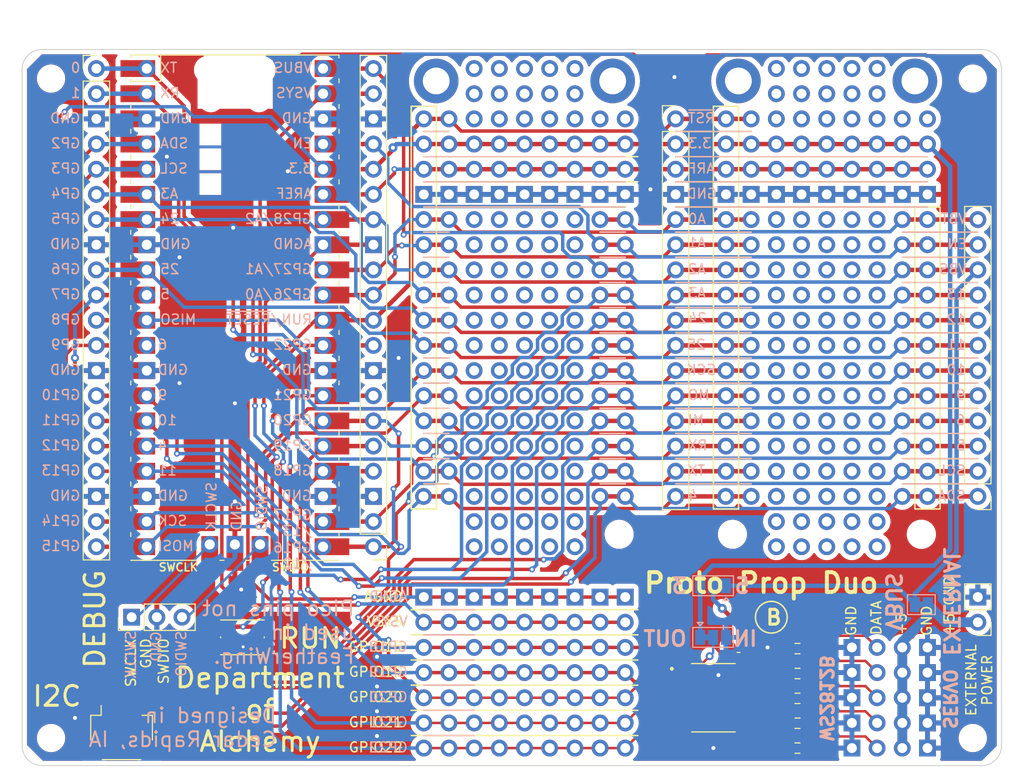
<source format=kicad_pcb>
(kicad_pcb (version 20221018) (generator pcbnew)
  (title_block (title "Proto Prop Duo") (date "2023-09-08") (rev "B") (company "Department of Alchemy"))
  (layers (0 "F.Cu" power) (31 "B.Cu" signal) (34 "B.Paste" user) (35 "F.Paste" user) (36 "B.SilkS" user "B.Silkscreen") (37 "F.SilkS" user "F.Silkscreen") (38 "B.Mask" user) (39 "F.Mask" user) (44 "Edge.Cuts" user))
  (net 0 "")
  (net 1 "/~{RESET}")
  (net 2 "+3.3V")
  (net 3 "/AREF")
  (net 4 "GND")
  (net 5 "/A0")
  (net 6 "/A1")
  (net 7 "/A2")
  (net 8 "/A3")
  (net 9 "/D24")
  (net 10 "/D25")
  (net 11 "/SCK")
  (net 12 "/MOSI")
  (net 13 "/MISO")
  (net 14 "/RX")
  (net 15 "/TX")
  (net 16 "/D4")
  (net 17 "/SDA")
  (net 18 "/SCL")
  (net 19 "/D5")
  (net 20 "/D6")
  (net 21 "/D9")
  (net 22 "/D10")
  (net 23 "/D11")
  (net 24 "/D12")
  (net 25 "/D13")
  (net 26 "/VBUS")
  (net 27 "/EN")
  (net 28 "/VBAT")
  (net 29 "/AGND")
  (net 30 "/VSYS")
  (net 31 "/GPIO20")
  (net 32 "/GPIO21")
  (net 33 "/GPIO18")
  (net 34 "/GPIO19")
  (net 35 "/GPIO22")
  (net 36 "/SWCLK")
  (net 37 "/SWDIO")
  (net 38 "Net-(JP2-C)")
  (net 39 "+5V")
  (net 40 "Net-(J123-Pin_1)")
  (net 41 "Net-(J123-Pin_2)")
  (net 42 "Net-(J123-Pin_3)")
  (net 43 "Net-(J123-Pin_4)")
  (net 44 "Net-(J123-Pin_5)")
  (net 45 "Net-(JP3-C)")
  (net 46 "Net-(U2-B0)")
  (net 47 "Net-(U2-B1)")
  (net 48 "Net-(U2-B2)")
  (net 49 "Net-(U2-B3)")
  (net 50 "Net-(U2-B4)")
  (footprint "Department of Alchemy:Grid Hole" (layer "F.Cu") (at 185.42 50.8)
    (fp_text reference "J86" hide)
    (fp_text value "Conn_01x01")
  )
  (footprint "" (layer "F.Cu") (at 210.82 86.36)
    (fp_text reference "")
    (fp_text value "")
  )
  (footprint "" (layer "F.Cu") (at 185.42 73.66)
    (fp_text reference "")
    (fp_text value "")
  )
  (footprint "" (layer "F.Cu") (at 180.34 73.66)
    (fp_text reference "")
    (fp_text value "")
  )
  (footprint "Connector_PinHeader_2.54mm:PinHeader_1x16_P2.54mm_Vertical" (layer "F.Cu") (at 198.12 45.72)
    (fp_text reference "J5" hide)
    (fp_text value "Conn_01x16")
  )
  (footprint "" (layer "F.Cu") (at 210.82 43.18)
    (fp_text reference "")
    (fp_text value "")
  )
  (footprint "Department of Alchemy:Grid Hole" (layer "F.Cu") (at 220.98 66.04)
    (fp_text reference "J28" hide)
    (fp_text value "Conn_01x01")
  )
  (footprint "" (layer "F.Cu") (at 208.28 86.36)
    (fp_text reference "")
    (fp_text value "")
  )
  (footprint "" (layer "F.Cu") (at 180.34 76.2)
    (fp_text reference "")
    (fp_text value "")
  )
  (footprint "" (layer "F.Cu") (at 218.44 81.28)
    (fp_text reference "")
    (fp_text value "")
  )
  (footprint "" (layer "F.Cu") (at 208.28 88.9)
    (fp_text reference "")
    (fp_text value "")
  )
  (footprint "Department of Alchemy:Grid Hole" (layer "F.Cu") (at 182.88 50.8)
    (fp_text reference "J81" hide)
    (fp_text value "Conn_01x01")
  )
  (footprint "Department of Alchemy:Grid Hole" (layer "F.Cu") (at 187.96 106.68)
    (fp_text reference "J114" hide)
    (fp_text value "Conn_01x01")
  )
  (footprint "Department of Alchemy:Feather Pins" (layer "F.Cu") (at 171.2722 39.1922 -90)
    (fp_text reference "A1" hide)
    (fp_text value "Adafruit_Feather_Generic")
  )
  (footprint "Department of Alchemy:Grid Hole" (layer "F.Cu") (at 180.34 48.26)
    (fp_text reference "J101" hide)
    (fp_text value "Conn_01x01")
  )
  (footprint "" (layer "F.Cu") (at 187.96 43.18)
    (fp_text reference "")
    (fp_text value "")
  )
  (footprint "" (layer "F.Cu") (at 208.28 83.82)
    (fp_text reference "")
    (fp_text value "")
  )
  (footprint "" (layer "F.Cu") (at 213.36 88.9)
    (fp_text reference "")
    (fp_text value "")
  )
  (footprint "" (layer "F.Cu") (at 210.82 45.72)
    (fp_text reference "")
    (fp_text value "")
  )
  (footprint "" (layer "F.Cu") (at 218.44 43.18)
    (fp_text reference "")
    (fp_text value "")
  )
  (footprint "Department of Alchemy:Grid Hole" (layer "F.Cu") (at 190.5 106.68)
    (fp_text reference "J114" hide)
    (fp_text value "Conn_01x01")
  )
  (footprint "" (layer "F.Cu") (at 210.82 68.58)
    (fp_text reference "")
    (fp_text value "")
  )
  (footprint "Department of Alchemy:Grid Hole" (layer "F.Cu") (at 205.74 55.88)
    (fp_text reference "J40" hide)
    (fp_text value "Conn_01x01")
  )
  (footprint "" (layer "F.Cu") (at 187.96 81.28)
    (fp_text reference "")
    (fp_text value "")
  )
  (footprint "Department of Alchemy:Grid Hole" (layer "F.Cu") (at 180.34 104.14)
    (fp_text reference "J115" hide)
    (fp_text value "Conn_01x01")
  )
  (footprint "Department of Alchemy:Grid Hole" (layer "F.Cu") (at 223.52 50.8)
    (fp_text reference "J78" hide)
    (fp_text value "Conn_01x01")
  )
  (footprint "Department of Alchemy:Grid Hole" (layer "F.Cu") (at 190.5 58.42)
    (fp_text reference "J53" hide)
    (fp_text value "Conn_01x01")
  )
  (footprint "Department of Alchemy:Grid Hole" (layer "F.Cu") (at 190.5 60.96)
    (fp_text reference "J54" hide)
    (fp_text value "Conn_01x01")
  )
  (footprint "Department of Alchemy:Grid Hole" (layer "F.Cu") (at 175.26 104.14)
    (fp_text reference "J108" hide)
    (fp_text value "Conn_01x01")
  )
  (footprint "" (layer "F.Cu") (at 187.96 66.04)
    (fp_text reference "")
    (fp_text value "")
  )
  (footprint "" (layer "F.Cu") (at 210.82 63.5)
    (fp_text reference "")
    (fp_text value "")
  )
  (footprint "" (layer "F.Cu") (at 182.88 83.82)
    (fp_text reference "")
    (fp_text value "")
  )
  (footprint "" (layer "F.Cu") (at 182.88 88.9)
    (fp_text reference "")
    (fp_text value "")
  )
  (footprint "" (layer "F.Cu") (at 185.42 81.28)
    (fp_text reference "")
    (fp_text value "")
  )
  (footprint "Department of Alchemy:Grid Hole" (layer "F.Cu") (at 187.96 109.22)
    (fp_text reference "J113" hide)
    (fp_text value "Conn_01x01")
  )
  (footprint "" (layer "F.Cu") (at 177.8 63.5)
    (fp_text reference "")
    (fp_text value "")
  )
  (footprint "" (layer "F.Cu") (at 185.42 83.82)
    (fp_text reference "")
    (fp_text value "")
  )
  (footprint "Department of Alchemy:Grid Hole" (layer "F.Cu") (at 205.74 63.5)
    (fp_text reference "J15" hide)
    (fp_text value "Conn_01x01")
  )
  (footprint "Department of Alchemy:Grid Hole" (layer "F.Cu") (at 180.34 109.22)
    (fp_text reference "J113" hide)
    (fp_text value "Conn_01x01")
  )
  (footprint "" (layer "F.Cu") (at 187.96 86.36)
    (fp_text reference "")
    (fp_text value "")
  )
  (footprint "Department of Alchemy:Grid Hole" (layer "F.Cu") (at 177.8 48.26)
    (fp_text reference "J96" hide)
    (fp_text value "Conn_01x01")
  )
  (footprint "MountingHole:MountingHole_2.2mm_M2_ISO14580" (layer "F.Cu") (at 135.128 108.204)
    (fp_text reference "H2" hide)
    (fp_text value "MountingHole")
  )
  (footprint "" (layer "F.Cu") (at 218.44 86.36)
    (fp_text reference "")
    (fp_text value "")
  )
  (footprint "" (layer "F.Cu") (at 218.44 66.04)
    (fp_text reference "")
    (fp_text value "")
  )
  (footprint "" (layer "F.Cu") (at 177.8 68.58)
    (fp_text reference "")
    (fp_text value "")
  )
  (footprint "Department of Alchemy:Grid Hole" (layer "F.Cu") (at 190.5 63.5)
    (fp_text reference "J55" hide)
    (fp_text value "Conn_01x01")
  )
  (footprint "" (layer "F.Cu") (at 177.8 45.72)
    (fp_text reference "")
    (fp_text value "")
  )
  (footprint "Department of Alchemy:Grid Hole" (layer "F.Cu") (at 218.44 53.34)
    (fp_text reference "J69" hide)
    (fp_text value "Conn_01x01")
  )
  (footprint "Department of Alchemy:Grid Hole" (layer "F.Cu") (at 180.34 96.52)
    (fp_text reference "J118" hide)
    (fp_text value "Conn_01x01")
  )
  (footprint "" (layer "F.Cu") (at 213.36 81.28)
    (fp_text reference "")
    (fp_text value "")
  )
  (footprint "" (layer "F.Cu") (at 208.28 55.88)
    (fp_text reference "")
    (fp_text value "")
  )
  (footprint "" (layer "F.Cu") (at 218.44 71.12)
    (fp_text reference "")
    (fp_text value "")
  )
  (footprint "Department of Alchemy:Grid Hole" (layer "F.Cu") (at 175.26 73.66)
    (fp_text reference "J47" hide)
    (fp_text value "Conn_01x01")
  )
  (footprint "Department of Alchemy:Grid Hole" (layer "F.Cu") (at 177.8 104.14)
    (fp_text reference "J115" hide)
    (fp_text value "Conn_01x01")
  )
  (footprint "Department of Alchemy:Grid Hole" (layer "F.Cu") (at 205.74 83.82)
    (fp_text reference "J23" hide)
    (fp_text value "Conn_01x01")
  )
  (footprint "" (layer "F.Cu") (at 187.96 45.72)
    (fp_text reference "")
    (fp_text value "")
  )
  (footprint "" (layer "F.Cu") (at 208.28 71.12)
    (fp_text reference "")
    (fp_text value "")
  )
  (footprint "" (layer "F.Cu") (at 218.44 40.64)
    (fp_text reference "")
    (fp_text value "")
  )
  (footprint "" (layer "F.Cu") (at 177.8 76.2)
    (fp_text reference "")
    (fp_text value "")
  )
  (footprint "Department of Alchemy:Grid Hole" (layer "F.Cu") (at 220.98 73.66)
    (fp_text reference "J31" hide)
    (fp_text value "Conn_01x01")
  )
  (footprint "Department of Alchemy:Grid Hole" (layer "F.Cu") (at 175.26 50.8)
    (fp_text reference "J38" hide)
    (fp_text value "Conn_01x01")
  )
  (footprint "" (layer "F.Cu") (at 213.36 40.64)
    (fp_text reference "")
    (fp_text value "")
  )
  (footprint "Department of Alchemy:Grid Hole" (layer "F.Cu") (at 175.26 96.52)
    (fp_text reference "J111" hide)
    (fp_text value "Conn_01x01")
  )
  (footprint "" (layer "F.Cu") (at 182.88 86.36)
    (fp_text reference "")
    (fp_text value "")
  )
  (footprint "" (layer "F.Cu") (at 215.9 60.96)
    (fp_text reference "")
    (fp_text value "")
  )
  (footprint "" (layer "F.Cu") (at 218.44 73.66)
    (fp_text reference "")
    (fp_text value "")
  )
  (footprint "" (layer "F.Cu") (at 177.8 81.28)
    (fp_text reference "")
    (fp_text value "")
  )
  (footprint "" (layer "F.Cu") (at 218.44 83.82)
    (fp_text reference "")
    (fp_text value "")
  )
  (footprint "Department of Alchemy:Grid Hole" (layer "F.Cu") (at 187.96 104.14)
    (fp_text reference "J115" hide)
    (fp_text value "Conn_01x01")
  )
  (footprint "Department of Alchemy:Grid Hole" (layer "F.Cu") (at 210.82 48.26)
    (fp_text reference "J103" hide)
    (fp_text value "Conn_01x01")
  )
  (footprint "" (layer "F.Cu") (at 182.88 81.28)
    (fp_text reference "")
    (fp_text value "")
  )
  (footprint "" (layer "F.Cu") (at 215.9 40.64)
    (fp_text reference "")
    (fp_text value "")
  )
  (footprint "MountingHole:MountingHole_2.2mm_M2_ISO14580" (layer "F.Cu") (at 228.092 41.656)
    (fp_text reference "H3" hide)
    (fp_text value "MountingHole")
  )
  (footprint "" (layer "F.Cu") (at 208.28 60.96)
    (fp_text reference "")
    (fp_text value "")
  )
  (footprint "Department of Alchemy:Grid Hole" (layer "F.Cu") (at 190.5 83.82)
    (fp_text reference "J63" hide)
    (fp_text value "Conn_01x01")
  )
  (footprint "" (layer "F.Cu") (at 208.28 76.2)
    (fp_text reference "")
    (fp_text value "")
  )
  (footprint "Department of Alchemy:Grid Hole" (layer "F.Cu") (at 220.98 68.58)
    (fp_text reference "J29" hide)
    (fp_text value "Conn_01x01")
  )
  (footprint "" (layer "F.Cu") (at 213.36 71.12)
    (fp_text reference "")
    (fp_text value "")
  )
  (footprint "" (layer "F.Cu") (at 208.28 81.28)
    (fp_text reference "")
    (fp_text value "")
  )
  (footprint "Department of Alchemy:Grid Hole" (layer "F.Cu") (at 218.44 48.26)
    (fp_text reference "J92" hide)
    (fp_text value "Conn_01x01")
  )
  (footprint "Connector_PinHeader_2.54mm:PinHeader_1x05_P2.54mm_Vertical" (layer "F.Cu") (at 220.98 99.06)
    (fp_text reference "J106" hide)
    (fp_text value "Conn_01x05")
  )
  (footprint "" (layer "F.Cu") (at 215.9 76.2)
    (fp_text reference "")
    (fp_text value "")
  )
  (footprint "" (layer "F.Cu") (at 208.28 63.5)
    (fp_text reference "")
    (fp_text value "")
  )
  (footprint "" (layer "F.Cu") (at 180.34 63.5)
    (fp_text reference "")
    (fp_text value "")
  )
  (footprint "Connector_PinHeader_2.54mm:PinHeader_1x20_P2.54mm_Vertical" (layer "F.Cu") (at 139.7 40.64)
    (fp_text reference "J3" hide)
    (fp_text value "Conn_01x20")
  )
  (footprint "" (layer "F.Cu") (at 187.96 55.88)
    (fp_text reference "")
    (fp_text value "")
  )
  (footprint "" (layer "F.Cu") (at 223.52 45.72)
    (fp_text reference "")
    (fp_text value "")
  )
  (footprint "Department of Alchemy:Grid Hole" (layer "F.Cu") (at 187.96 50.8)
    (fp_text reference "J91" hide)
    (fp_text value "Conn_01x01")
  )
  (footprint "Department of Alchemy:Grid Hole" (layer "F.Cu") (at 175.26 55.88)
    (fp_text reference "J12" hide)
    (fp_text value "Conn_01x01")
  )
  (footprint "Department of Alchemy:Grid Hole" (layer "F.Cu") (at 223.52 53.34)
    (fp_text reference "J65" hide)
    (fp_text value "Conn_01x01")
  )
  (footprint "" (layer "F.Cu") (at 185.42 86.36)
    (fp_text reference "")
    (fp_text value "")
  )
  (footprint "Department of Alchemy:Grid Hole" (layer "F.Cu") (at 177.8 50.8)
    (fp_text reference "J87" hide)
    (fp_text value "Conn_01x01")
  )
  (footprint "" (layer "F.Cu") (at 213.36 68.58)
    (fp_text reference "")
    (fp_text value "")
  )
  (footprint "Department of Alchemy:Grid Hole" (layer "F.Cu") (at 190.5 101.6)
    (fp_text reference "J116" hide)
    (fp_text value "Conn_01x01")
  )
  (footprint "Department of Alchemy:Grid Hole" (layer "F.Cu") (at 193.04 109.22)
    (fp_text reference "J113" hide)
    (fp_text value "Conn_01x01")
  )
  (footprint "" (layer "F.Cu") (at 215.9 68.58)
    (fp_text reference "")
    (fp_text value "")
  )
  (footprint "" (layer "F.Cu") (at 182.88 73.66)
    (fp_text reference "")
    (fp_text value "")
  )
  (footprint "" (layer "F.Cu") (at 210.82 66.04)
    (fp_text reference "")
    (fp_text value "")
  )
  (footprint "" (layer "F.Cu") (at 187.96 40.64)
    (fp_text reference "")
    (fp_text value "")
  )
  (footprint "Department of Alchemy:Grid Hole" (layer "F.Cu") (at 220.98 55.88)
    (fp_text reference "J24" hide)
    (fp_text value "Conn_01x01")
  )
  (footprint "Department of Alchemy:Grid Hole" (layer "F.Cu") (at 220.98 78.74)
    (fp_text reference "J33" hide)
    (fp_text value "Conn_01x01")
  )
  (footprint "" (layer "F.Cu") (at 208.28 66.04)
    (fp_text reference "")
    (fp_text value "")
  )
  (footprint "" (layer "F.Cu") (at 218.44 60.96)
    (fp_text reference "")
    (fp_text value "")
  )
  (footprint "Connector_PinHeader_2.54mm:PinHeader_1x05_P2.54mm_Vertical" (layer "F.Cu") (at 223.52 99.06)
    (fp_text reference "J112" hide)
    (fp_text value "Conn_01x05")
  )
  (footprint "" (layer "F.Cu") (at 208.28 43.18)
    (fp_text reference "")
    (fp_text value "")
  )
  (footprint "Department of Alchemy:Grid Hole" (layer "F.Cu") (at 213.36 50.8)
    (fp_text reference "J88" hide)
    (fp_text value "Conn_01x01")
  )
  (footprint "Department of Alchemy:Grid Hole" (layer "F.Cu") (at 182.88 99.06)
    (fp_text reference "J110" hide)
    (fp_text value "Conn_01x01")
  )
  (footprint "Department of Alchemy:Grid Hole" (layer "F.Cu") (at 180.34 93.98)
    (fp_text reference "J120" hide)
    (fp_text value "Conn_01x01")
  )
  (footprint "" (layer "F.Cu") (at 218.44 55.88)
    (fp_text reference "")
    (fp_text value "")
  )
  (footprint "Department of Alchemy:Grid Hole" (layer "F.Cu") (at 182.88 101.6)
    (fp_text reference "J116" hide)
    (fp_text value "Conn_01x01")
  )
  (footprint "" (layer "F.Cu") (at 187.96 58.42)
    (fp_text reference "")
    (fp_text value "")
  )
  (footprint "" (layer "F.Cu") (at 213.36 76.2)
    (fp_text reference "")
    (fp_text value "")
  )
  (footprint "" (layer "F.Cu") (at 213.36 45.72)
    (fp_text reference "")
    (fp_text value "")
  )
  (footprint "" (layer "F.Cu") (at 187.96 88.9)
    (fp_text reference "")
    (fp_text value "")
  )
  (footprint "Department of Alchemy:Grid Hole" (layer "F.Cu") (at 182.88 104.14)
    (fp_text reference "J115" hide)
    (fp_text value "Conn_01x01")
  )
  (footprint "Department of Alchemy:Grid Hole" (layer "F.Cu") (at 180.34 53.34)
    (fp_text reference "J73" hide)
    (fp_text value "Conn_01x01")
  )
  (footprint "Department of Alchemy:Grid Hole" (layer "F.Cu") (at 205.74 78.74)
    (fp_text reference "J21" hide)
    (fp_text value "Conn_01x01")
  )
  (footprint "" (layer "F.Cu") (at 180.34 66.04)
    (fp_text reference "")
    (fp_text value "")
  )
  (footprint "Department of Alchemy:Grid Hole" (layer "F.Cu") (at 205.74 81.28)
    (fp_text reference "J22" hide)
    (fp_text value "Conn_01x01")
  )
  (footprint "Department of Alchemy:Grid Hole" (layer "F.Cu") (at 208.28 50.8)
    (fp_text reference "J80" hide)
    (fp_text value "Conn_01x01")
  )
  (footprint "Department of Alchemy:Grid Hole" (layer "F.Cu") (at 185.42 104.14)
    (fp_text reference "J115" hide)
    (fp_text value "Conn_01x01")
  )
  (footprint "" (layer "F.Cu") (at 210.82 83.82)
    (fp_text reference "")
    (fp_text value "")
  )
  (footprint "" (layer "F.Cu") (at 215.9 78.74)
    (fp_text reference "")
    (fp_text value "")
  )
  (footprint "" (layer "F.Cu") (at 220.98 45.72)
    (fp_text reference "")
    (fp_text value "")
  )
  (footprint "Department of Alchemy:Grid Hole" (layer "F.Cu") (at 177.8 53.34)
    (fp_text reference "J68" hide)
    (fp_text value "Conn_01x01")
  )
  (footprint "Department of Alchemy:Grid Hole" (layer "F.Cu") (at 175.26 63.5)
    (fp_text reference "J43" hide)
    (fp_text value "Conn_01x01")
  )
  (footprint "" (layer "F.Cu") (at 182.88 45.72)
    (fp_text reference "")
    (fp_text value "")
  )
  (footprint "Connector_JST:JST_SH_SM04B-SRSS-TB_1x04-1MP_P1.00mm_Horizontal" (layer "F.Cu") (at 142.24 107.696)
    (fp_text reference "J1" hide)
    (fp_text value "Conn_01x04")
  )
  (footprint "" (layer "F.Cu") (at 180.34 81.28)
    (fp_text reference "")
    (fp_text value "")
  )
  (footprint "" (layer "F.Cu") (at 193.04 45.72)
    (fp_text reference "")
    (fp_text value "")
  )
  (footprint "" (layer "F.Cu") (at 213.36 73.66)
    (fp_text reference "")
    (fp_text value "")
  )
  (footprint "Department of Alchemy:Grid Hole" (layer "F.Cu") (at 187.96 53.34)
    (fp_text reference "J67" hide)
    (fp_text value "Conn_01x01")
  )
  (footprint "" (layer "F.Cu") (at 180.34 86.36)
    (fp_text reference "")
    (fp_text value "")
  )
  (footprint "Department of Alchemy:Grid Hole" (layer "F.Cu") (at 180.34 50.8)
    (fp_text reference "J82" hide)
    (fp_text value "Conn_01x01")
  )
  (footprint "" (layer "F.Cu") (at 215.9 63.5)
    (fp_text reference "")
    (fp_text value "")
  )
  (footprint "" (layer "F.Cu") (at 185.42 43.18)
    (fp_text reference "")
    (fp_text value "")
  )
  (footprint "Department of Alchemy:Grid Hole" (layer "F.Cu") (at 182.88 93.98)
    (fp_text reference "J120" hide)
    (fp_text value "Conn_01x01")
  )
  (footprint "" (layer "F.Cu") (at 177.8 60.96)
    (fp_text reference "")
    (fp_text value "")
  )
  (footprint "Department of Alchemy:Grid Hole" (layer "F.Cu") (at 213.36 53.34)
    (fp_text reference "J74" hide)
    (fp_text value "Conn_01x01")
  )
  (footprint "" (layer "F.Cu") (at 177.8 83.82)
    (fp_text reference "")
    (fp_text value "")
  )
  (footprint "Department of Alchemy:Grid Hole" (layer "F.Cu") (at 190.5 93.98)
    (fp_text reference "J120" hide)
    (fp_text value "Conn_01x01")
  )
  (footprint "Department of Alchemy:Grid Hole" (layer "F.Cu") (at 215.9 50.8)
    (fp_text reference "J84" hide)
    (fp_text value "Conn_01x01")
  )
  (footprint "Department of Alchemy:Grid Hole" (layer "F.Cu") (at 215.9 53.34)
    (fp_text reference "J70" hide)
    (fp_text value "Conn_01x01")
  )
  (footprint "Department of Alchemy:Grid Hole" (layer "F.Cu") (at 182.88 109.22)
    (fp_text reference "J113" hide)
    (fp_text value "Conn_01x01")
  )
  (footprint "Department of Alchemy:Grid Hole" (layer "F.Cu") (at 187.96 96.52)
    (fp_text reference "J118" hide)
    (fp_text value "Conn_01x01")
  )
  (footprint "Department of Alchemy:Grid Hole" (layer "F.Cu") (at 182.88 48.26)
    (fp_text reference "J95" hide)
    (fp_text value "Conn_01x01")
  )
  (footprint "Department of Alchemy:Grid Hole" (layer "F.Cu") (at 220.98 63.5)
    (fp_text reference "J27" hide)
    (fp_text value "Conn_01x01")
  )
  (footprint "Department of Alchemy:Grid Hole" (layer "F.Cu") (at 175.26 58.42)
    (fp_text reference "J41" hide)
    (fp_text value "Conn_01x01")
  )
  (footprint "Department of Alchemy:Grid Hole" (layer "F.Cu") (at 190.5 55.88)
    (fp_text reference "J52" hide)
    (fp_text value "Conn_01x01")
  )
  (footprint "" (layer "F.Cu") (at 187.96 68.58)
    (fp_text reference "")
    (fp_text value "")
  )
  (footprint "" (layer "F.Cu") (at 218.44 58.42)
    (fp_text reference "")
    (fp_text value "")
  )
  (footprint "Department of Alchemy:Grid Hole" (layer "F.Cu") (at 187.96 99.06)
    (fp_text reference "J110" hide)
    (fp_text value "Conn_01x01")
  )
  (footprint "Department of Alchemy:Grid Hole" (layer "F.Cu") (at 175.26 106.68)
    (fp_text reference "J107" hide)
    (fp_text value "Conn_01x01")
  )
  (footprint "Department of Alchemy:Grid Hole" (layer "F.Cu") (at 177.8 93.98)
    (fp_text reference "J120" hide)
    (fp_text value "Conn_01x01")
  )
  (footprint "Department of Alchemy:Grid Hole" (layer "F.Cu") (at 193.04 96.52)
    (fp_text reference "J118" hide)
    (fp_text value "Conn_01x01")
  )
  (footprint "Department of Alchemy:Grid Hole" (layer "F.Cu") (at 190.5 96.52)
    (fp_text reference "J118" hide)
    (fp_text value "Conn_01x01")
  )
  (footprint "Department of Alchemy:Grid Hole" (layer "F.Cu") (at 187.96 101.6)
    (fp_text reference "J116" hide)
    (fp_text value "Conn_01x01")
  )
  (footprint "" (layer "F.Cu") (at 180.34 45.72)
    (fp_text reference "")
    (fp_text value "")
  )
  (footprint "" (layer "F.Cu") (at 180.34 60.96)
    (fp_text reference "")
    (fp_text value "")
  )
  (footprint "Department of Alchemy:Grid Hole" (layer "F.Cu") (at 220.98 50.8)
    (fp_text reference "J79" hide)
    (fp_text value "Conn_01x01")
  )
  (footprint "" (layer "F.Cu") (at 213.36 55.88)
    (fp_text reference "")
    (fp_text value "")
  )
  (footprint "" (layer "F.Cu") (at 180.34 43.18)
    (fp_text reference "")
    (fp_text value "")
  )
  (footprint "Department of Alchemy:Grid Hole" (layer "F.Cu") (at 190.5 48.26)
    (fp_text reference "J94" hide)
    (fp_text value "Conn_01x01")
  )
  (footprint "Department of Alchemy:Grid Hole" (layer "F.Cu") (at 175.3 93.98)
    (fp_text reference "J119" hide)
    (fp_text value "Conn_01x01")
  )
  (footprint "Department of Alchemy:Grid Hole" (layer "F.Cu") (at 205.74 73.66)
    (fp_text reference "J19" hide)
    (fp_text value "Conn_01x01")
  )
  (footprint "Department of Alchemy:Grid Hole" (layer "F.Cu") (at 180.34 101.6)
    (fp_text reference "J116" hide)
    (fp_text value "Conn_01x01")
  )
  (footprint "Capacitor_SMD:C_0603_1608Metric_Pad1.08x0.95mm_HandSolder" (layer "F.Cu") (at 204.47 99.06)
    (fp_text reference "C1" hide)
    (fp_text value "0.1uF")
  )
  (footprint "" (layer "F.Cu") (at 218.44 78.74)
    (fp_text reference "")
    (fp_text value "")
  )
  (footprint "" (layer "F.Cu") (at 213.36 58.42)
    (fp_text reference "")
    (fp_text value "")
  )
  (footprint "Department of Alchemy:Grid Hole" (layer "F.Cu") (at 193.04 101.6)
    (fp_text reference "J116" hide)
    (fp_text value "Conn_01x01")
  )
  (footprint "Department of Alchemy:Grid Hole" (layer "F.Cu") (at 205.74 58.42)
    (fp_text reference "J13" hide)
    (fp_text value "Conn_01x01")
  )
  (footprint "Connector_PinHeader_2.54mm:PinHeader_1x05_P2.54mm_Vertical" (layer "F.Cu") (at 218.44 99.06)
    (fp_text reference "J123" hide)
    (fp_text value "Conn_01x05_Extra_Output")
  )
  (footprint "" (layer "F.Cu") (at 177.8 71.12)
    (fp_text reference "")
    (fp_text value "")
  )
  (footprint "Department of Alchemy:Grid Hole" (layer "F.Cu") (at 220.98 71.12)
    (fp_text reference "J30" hide)
    (fp_text value "Conn_01x01")
  )
  (footprint "" (layer "F.Cu") (at 185.42 63.5)
    (fp_text reference "")
    (fp_text value "")
  )
  (footprint "" (layer "F.Cu") (at 187.96 78.74)
    (fp_text reference "")
    (fp_text value "")
  )
  (footprint "Department of Alchemy:Grid Hole" (layer "F.Cu") (at 190.5 53.34)
    (fp_text reference "J66" hide)
    (fp_text value "Conn_01x01")
  )
  (footprint "" (layer "F.Cu") (at 210.82 71.12)
    (fp_text reference "")
    (fp_text value "")
  )
  (footprint "" (layer "F.Cu") (at 185.42 78.74)
    (fp_text reference "")
    (fp_text value "")
  )
  (footprint "" (layer "F.Cu") (at 210.82 76.2)
    (fp_text reference "")
    (fp_text value "")
  )
  (footprint "Department of Alchemy:Grid Hole" (layer "F.Cu") (at 193.04 48.26)
    (fp_text reference "J104" hide)
    (fp_text value "Conn_01x01")
  )
  (footprint "" (layer "F.Cu") (at 185.42 76.2)
    (fp_text reference "")
    (fp_text value "")
  )
  (footprint "Department of Alchemy:Grid Hole" (layer "F.Cu") (at 175.26 53.34)
    (fp_text reference "J39" hide)
    (fp_text value "Conn_01x01")
  )
  (footprint "Department of Alchemy:Grid Hole" (layer "F.Cu") (at 185.42 48.26)
    (fp_text reference "J100" hide)
    (fp_text value "Conn_01x01")
  )
  (footprint "Resistor_SMD:R_0603_1608Metric_Pad0.98x0.95mm_HandSolder" (layer "F.Cu") (at 210.4155 104.2)
    (fp_text reference "R3" hide)
    (fp_text value "300")
  )
  (footprint "Department of Alchemy:Grid Hole" (layer "F.Cu") (at 205.74 48.26)
    (fp_text reference "J37" hide)
    (fp_text value "Conn_01x01")
  )
  (footprint "" (layer "F.Cu") (at 180.34 68.58)
    (fp_text reference "")
    (fp_text value "")
  )
  (footprint "" (layer "F.Cu") (at 187.96 73.66)
    (fp_text reference "")
    (fp_text value "")
  )
  (footprint "Department of Alchemy:Grid Hole" (layer "F.Cu") (at 175.26 66.04)
    (fp_text reference "J44" hide)
    (fp_text value "Conn_01x01")
  )
  (footprint "" (layer "F.Cu") (at 182.88 66.04)
    (fp_text reference "")
    (fp_text value "")
  )
  (footprint "Department of Alchemy:SOP65P640X120-20N" (layer "F.Cu") (at 201.93 104.14)
    (fp_text reference "U2" hide)
    (fp_text value "~")
  )
  (footprint "Department of Alchemy:Grid Hole" (layer "F.Cu") (at 187.96 48.26)
    (fp_text reference "J105" hide)
    (fp_text value "Conn_01x01")
  )
  (footprint "" (layer "F.Cu") (at 187.96 63.5)
    (fp_text reference "")
    (fp_text value "")
  )
  (footprint "Department of Alchemy:Grid Hole" (layer "F.Cu") (at 177.8 96.52)
    (fp_text reference "J118" hide)
    (fp_text value "Conn_01x01")
  )
  (footprint "Department of Alchemy:Grid Hole" (layer "F.Cu") (at 205.74 71.12)
    (fp_text reference "J18" hide)
    (fp_text value "Conn_01x01")
  )
  (footprint "" (layer "F.Cu") (at 182.88 63.5)
    (fp_text reference "")
    (fp_text value "")
  )
  (footprint "Department of Alchemy:Grid Hole" (layer "F.Cu") (at 218.44 50.8)
    (fp_text reference "J83" hide)
    (fp_text value "Conn_01x01")
  )
  (footprint "" (layer "F.Cu") (at 213.36 78.74)
    (fp_text reference "")
    (fp_text value "")
  )
  (footprint "Department of Alchemy:Grid Hole" (layer "F.Cu") (at 180.34 106.68)
    (fp_text reference "J114" hide)
    (fp_text value "Conn_01x01")
  )
  (footprint "Department of Alchemy:Grid Hole" (layer "F.Cu") (at 205.74 45.72)
    (fp_text reference "J8" hide)
    (fp_text value "Conn_01x01")
  )
  (footprint "Department of Alchemy:Grid Hole" (layer "F.Cu") (at 190.5 78.74)
    (fp_text reference "J61" hide)
    (fp_text value "Conn_01x01")
  )
  (footprint "" (layer "F.Cu") (at 213.36 60.96)
    (fp_text reference "")
    (fp_text value "")
  )
  (footprint "Department of Alchemy:Grid Hole" (layer "F.Cu") (at 177.8 106.68)
    (fp_text reference "J114" hide)
    (fp_text value "Conn_01x01")
  )
  (footprint "Department of Alchemy:Grid Hole" (layer "F.Cu") (at 190.5 66.04)
    (fp_text reference "J56" hide)
    (fp_text value "Conn_01x01")
  )
  (footprint "Department of Alchemy:Grid Hole" (layer "F.Cu") (at 205.74 60.96)
    (fp_text reference "J14" hide)
    (fp_text value "Conn_01x01")
  )
  (footprint "Department of Alchemy:Grid Hole" (layer "F.Cu") (at 190.5 109.22)
    (fp_text reference "J113" hide)
    (fp_text value "Conn_01x01")
  )
  (footprint "" (layer "F.Cu") (at 182.88 58.42)
    (fp_text reference "")
    (fp_text value "")
  )
  (footprint "Connector_PinHeader_2.54mm:PinHeader_1x03_P2.54mm_Vertical" (layer "F.Cu") (at 143.256 96.012 90)
    (fp_text reference "J121" hide)
    (fp_text value "Conn_01x03")
  )
  (footprint "Department of Alchemy:Grid Hole" (layer "F.Cu") (at 193.04 104.14)
    (fp_text reference "J115" hide)
    (fp_text value "Conn_01x01")
  )
  (footprint "Department of Alchemy:Grid Hole" (layer "F.Cu") (at 175.26 45.72)
    (fp_text reference "J36" hide)
    (fp_text value "Conn_01x01")
  )
  (footprint "Department of Alchemy:Grid Hole" (layer "F.Cu") (at 175.26 78.74)
    (fp_text reference "J49" hide)
    (fp_text value "Conn_01x01")
  )
  (footprint "" (layer "F.Cu") (at 180.34 40.64)
    (fp_text reference "")
    (fp_text value "")
  )
  (footprint "" (layer "F.Cu") (at 185.42 45.72)
    (fp_text reference "")
    (fp_text value "")
  )
  (footprint "Connector_PinHeader_2.54mm:PinHeader_1x02_P2.54mm_Vertical" (layer "F.Cu") (at 228.6 96.52 180)
    (fp_text reference "J122" hide)
    (fp_text value "Conn_01x02")
  )
  (footprint "Department of Alchemy:Grid Hole" (layer "F.Cu") (at 185.42 106.68)
    (fp_text reference "J114" hide)
    (fp_text value "Conn_01x01")
  )
  (footprint "Department of Alchemy:Grid Hole" (layer "F.Cu") (at 175.26 109.22)
    (fp_text reference "J7" hide)
    (fp_text value "Conn_01x01")
  )
  (footprint "Resistor_SMD:R_0603_1608Metric_Pad0.98x0.95mm_HandSolder" (layer "F.Cu") (at 210.4155 101.69)
    (fp_text reference "R2" hide)
    (fp_text value "300")
  )
  (footprint "" (layer "F.Cu") (at 215.9 71.12)
    (fp_text reference "")
    (fp_text value "")
  )
  (footprint "Department of Alchemy:Grid Hole" (layer "F.Cu") (at 175.26 71.12)
    (fp_text reference "J46" hide)
    (fp_text value "Conn_01x01")
  )
  (footprint "" (layer "F.Cu") (at 215.9 81.28)
    (fp_text reference "")
    (fp_text value "")
  )
  (footprint "" (layer "F.Cu") (at 182.88 55.88)
    (fp_text reference "")
    (fp_text value "")
  )
  (footprint "" (layer "F.Cu") (at 208.28 78.74)
    (fp_text reference "")
    (fp_text value "")
  )
  (footprint "" (layer "F.Cu") (at 218.44 76.2)
    (fp_text reference "")
    (fp_text value "")
  )
  (footprint "Department of Alchemy:Grid Hole" (layer "F.Cu") (at 182.88 96.52)
    (fp_text reference "J118" hide)
    (fp_text value "Conn_01x01")
  )
  (footprint "Department of Alchemy:Grid Hole" (layer "F.Cu") (at 177.8 101.6)
    (fp_text reference "J116" hide)
    (fp_text value "Conn_01x01")
  )
  (footprint "" (layer "F.Cu") (at 177.8 40.64)
    (fp_text reference "")
    (fp_text value "")
  )
  (footprint "Department of Alchemy:Grid Hole" (layer "F.Cu") (at 185.42 53.34)
    (fp_text reference "J72" hide)
    (fp_text value "Conn_01x01")
  )
  (footprint "" (layer "F.Cu") (at 185.42 66.04)
    (fp_text reference "")
    (fp_text value "")
  )
  (footprint "" (layer "F.Cu") (at 182.88 76.2)
    (fp_text reference "")
    (fp_text value "")
  )
  (footprint "Department of Alchemy:Grid Hole" (layer "F.Cu") (at 193.04 50.8)
    (fp_text reference "J85" hide)
    (fp_text value "Conn_01x01")
  )
  (footprint "Department of Alchemy:Grid Hole" (layer "F.Cu") (at 187.96 93.98)
    (fp_text reference "J120" hide)
    (fp_text value "Conn_01x01")
  )
  (footprint "Department of Alchemy:Grid Hole" (layer "F.Cu") (at 223.52 48.26)
    (fp_text reference "J102" hide)
    (fp_text value "Conn_01x01")
  )
  (footprint "" (layer "F.Cu") (at 210.82 55.88)
    (fp_text reference "")
    (fp_text value "")
  )
  (footprint "" (layer "F.Cu") (at 213.36 43.18)
    (fp_text reference "")
    (fp_text value "")
  )
  (footprint "Department of Alchemy:Grid Hole" (layer "F.Cu") (at 185.42 93.98)
    (fp_text reference "J120" hide)
    (fp_text value "Conn_01x01")
  )
  (footprint "" (layer "F.Cu") (at 182.88 40.64)
    (fp_text reference "")
    (fp_text value "")
  )
  (footprint "" (layer "F.Cu") (at 210.82 58.42)
    (fp_text reference "")
    (fp_text value "")
  )
  (footprint "" (layer "F.Cu") (at 213.36 83.82)
    (fp_text reference "")
    (fp_text value "")
  )
  (footprint "" (layer "F.Cu") (at 210.82 60.96)
    (fp_text reference "")
    (fp_text value "")
  )
  (footprint "Department of Alchemy:Grid Hole" (layer "F.Cu") (at 177.8 109.22)
    (fp_text reference "J113" hide)
    (fp_text value "Conn_01x01")
  )
  (footprint "" (layer "F.Cu") (at 185.42 40.64)
    (fp_text reference "")
    (fp_text value "")
  )
  (footprint "" (layer "F.Cu") (at 185.42 55.88)
    (fp_text reference "")
    (fp_text value "")
  )
  (footprint "Department of Alchemy:Grid Hole" (layer "F.Cu") (at 215.9 48.26)
    (fp_text reference "J93" hide)
    (fp_text value "Conn_01x01")
  )
  (footprint "Department of Alchemy:Grid Hole" (layer "F.Cu") (at 208.28 53.34)
    (fp_text reference "J76" hide)
    (fp_text value "Conn_01x01")
  )
  (footprint "" (layer "F.Cu") (at 185.42 68.58)
    (fp_text reference "")
    (fp_text value "")
  )
  (footprint "Connector_PinHeader_2.54mm:PinHeader_1x07_P2.54mm_Vertical" (layer "F.Cu") (at 172.72 93.98)
    (fp_text reference "J2" hide)
    (fp_text value "Conn_01x07")
  )
  (footprint "" (layer "F.Cu") (at 187.96 76.2)
    (fp_text reference "")
    (fp_text value "")
  )
  (footprint "Department of Alchemy:Grid Hole" (layer "F.Cu") (at 205.74 66.04)
    (fp_text reference "J16" hide)
    (fp_text value "Conn_01x01")
  )
  (footprint "" (layer "F.Cu") (at 213.36 86.36)
    (fp_text reference "")
    (fp_text value "")
  )
  (footprint "Department of Alchemy:Grid Hole" (layer "F.Cu") (at 190.5 73.66)
    (fp_text reference "J59" hide)
    (fp_text value "Conn_01x01")
  )
  (footprint "" (layer "F.Cu") (at 210.82 73.66)
    (fp_text reference "")
    (fp_text value "")
  )
  (footprint "" (layer "F.Cu") (at 210.82 78.74)
    (fp_text reference "")
    (fp_text value "")
  )
  (footprint "" (layer "F.Cu") (at 218.44 45.72)
    (fp_text reference "")
    (fp_text value "")
  )
  (footprint "Department of Alchemy:Grid Hole" (layer "F.Cu") (at 205.74 76.2)
    (fp_text reference "J20" hide)
    (fp_text value "Conn_01x01")
  )
  (footprint "" (layer "F.Cu") (at 185.42 71.12)
    (fp_text reference "")
    (fp_text value "")
  )
  (footprint "Connector_PinHeader_2.54mm:PinHeader_1x20_P2.54mm_Vertical" (layer "F.Cu") (at 167.64 88.9 180)
    (fp_text reference "J4" hide)
    (fp_text value "Conn_01x20")
  )
  (footprint "" (layer "F.Cu") (at 208.28 68.58)
    (fp_text reference "")
    (fp_text value "")
  )
  (footprint "Department of Alchemy:Grid Hole" (layer "F.Cu") (at 190.5 50.8)
    (fp_text reference "J90" hide)
    (fp_text value "Conn_01x01")
  )
  (footprint "Department of Alchemy:Grid Hole" (layer "F.Cu") (at 175.26 81.28)
    (fp_text reference "J50" hide)
    (fp_text value "Conn_01x01")
  )
  (footprint "" (layer "F.Cu") (at 177.8 88.9)
    (fp_text reference "")
    (fp_text value "")
  )
  (footprint "Department of Alchemy:Grid Hole" (layer "F.Cu") (at 175.26 68.58)
    (fp_text reference "J45" hide)
    (fp_text value "Conn_01x01")
  )
  (footprint "" (layer "F.Cu") (at 177.8 66.04)
    (fp_text reference "")
    (fp_text value "")
  )
  (footprint "Department of Alchemy:Feather Pins" (layer "F.Cu") (at 201.7522 39.1922 -90)
    (fp_text reference "A2" hide)
    (fp_text value "Adafruit_Feather_Generic")
  )
  (footprint "" (layer "F.Cu") (at 218.44 88.9)
    (fp_text reference "")
    (fp_text value "")
  )
  (footprint "Department of Alchemy:Grid Hole" (layer "F.Cu") (at 210.82 53.34)
    (fp_text reference "J75" hide)
    (fp_text value "Conn_01x01")
  )
  (footprint "Department of Alchemy:Grid Hole" (layer "F.Cu") (at 175.26 101.6)
    (fp_text reference "J109" hide)
    (fp_text value "Conn_01x01")
  )
  (footprint "" (layer "F.Cu") (at 180.34 71.12)
    (fp_text reference "")
    (fp_text value "")
  )
  (footprint "Connector_PinHeader_2.54mm:PinHeader_1x12_P2.54mm_Vertical" (layer "F.Cu") (at 228.6 83.82 180)
    (fp_text reference "J6" hide)
    (fp_text value "Conn_01x12")
  )
  (footprint "" (layer "F.Cu") (at 177.8 58.42)
    (fp_text reference "")
    (fp_text value "")
  )
  (footprint "" (layer "F.Cu") (at 190.5 45.72)
    (fp_text reference "")
    (fp_text value "")
  )
  (footprint "" (layer "F.Cu") (at 213.36 66.04)
    (fp_text reference "")
    (fp_text value "")
  )
  (footprint "Department of Alchemy:Grid Hole" (layer "F.Cu") (at 220.98 81.28)
    (fp_text reference "J34" hide)
    (fp_text value "Conn_01x01")
  )
  (footprint "MountingHole:MountingHole_2.2mm_M2_ISO14580" (layer "F.Cu") (at 135.128 41.656)
    (fp_text reference "H1" hide)
    (fp_text value "MountingHole")
  )
  (footprint "" (layer "F.Cu") (at 187.96 71.12)
    (fp_text reference "")
    (fp_text value "")
  )
  (footprint "" (layer "F.Cu") (at 208.28 40.64)
    (fp_text reference "")
    (fp_text value "")
  )
  (footprint "Department of Alchemy:Grid Hole" (layer "F.Cu") (at 175.26 48.26)
    (fp_text reference "J9" hide)
    (fp_text value "Conn_01x01")
  )
  (footprint "Resistor_SMD:R_0603_1608Metric_Pad0.98x0.95mm_HandSolder" (layer "F.Cu") (at 210.4155 99.18)
    (fp_text reference "R1" hide)
    (fp_text value "300")
  )
  (footprint "Department of Alchemy:Grid Hole" (layer "F.Cu") (at 220.98 60.96)
    (fp_text reference "J26" hide)
    (fp_text value "Conn_01x01")
  )
  (footprint "" (layer "F.Cu") (at 215.9 66.04)
    (fp_text reference "")
    (fp_text value "")
  )
  (footprint "Department of Alchemy:Grid Hole" (layer "F.Cu") (at 220.98 76.2)
    (fp_text reference "J32" hide)
    (fp_text value "Conn_01x01")
  )
  (footprint "" (layer "F.Cu") (at 210.82 81.28)
    (fp_text reference "")
    (fp_text value "")
  )
  (footprint "Department of Alchemy:Grid Hole" (layer "F.Cu") (at 185.42 96.52)
    (fp_text reference "J118" hide)
    (fp_text value "Conn_01x01")
  )
  (footprint "Department of Alchemy:Grid Hole" (layer "F.Cu") (at 213.36 48.26)
    (fp_text reference "J98" hide)
    (fp_text value "Conn_01x01")
  )
  (footprint "" (layer "F.Cu") (at 180.34 58.42)
    (fp_text reference "")
    (fp_text value "")
  )
  (footprint "" (layer "F.Cu") (at 177.8 86.36)
    (fp_text reference "")
    (fp_text value "")
  )
  (footprint "" (layer "F.Cu") (at 213.36 63.5)
    (fp_text reference "")
    (fp_text value "")
  )
  (footprint "Department of Alchemy:Grid Hole" (layer "F.Cu") (at 210.82 50.8)
    (fp_text reference "J89" hide)
    (fp_text value "Conn_01x01")
  )
  (footprint "Department of Alchemy:Grid Hole" (layer "F.Cu") (at 205.74 50.8)
    (fp_text reference "J10" hide)
    (fp_text value "Conn_01x01")
  )
  (footprint "" (layer "F.Cu") (at 182.88 68.58)
    (fp_text reference "")
    (fp_text value "")
  )
  (footprint "" (layer "F.Cu") (at 215.9 83.82)
    (fp_text reference "")
    (fp_text value "")
  )
  (footprint "" (layer "F.Cu") (at 182.88 78.74)
    (fp_text reference "")
    (fp_text value "")
  )
  (footprint "Department of Alchemy:Grid Hole" (layer "F.Cu") (at 220.98 83.82)
    (fp_text reference "J35" hide)
    (fp_text value "Conn_01x01")
  )
  (footprint "" (layer "F.Cu") (at 180.34 78.74)
    (fp_text reference "")
    (fp_text value "")
  )
  (footprint "Department of Alchemy:Grid Hole" (layer "F.Cu") (at 190.5 99.06)
    (fp_text reference "J110" hide)
    (fp_text value "Conn_01x01")
  )
  (footprint "Department of Alchemy:Grid Hole" (layer "F.Cu") (at 193.04 106.68)
    (fp_text reference "J114" hide)
    (fp_text value "Conn_01x01")
  )
  (footprint "Department of Alchemy:Grid Hole" (layer "F.Cu") (at 190.5 76.2)
    (fp_text reference "J60" hide)
    (fp_text value "Conn_01x01")
  )
  (footprint "Department of Alchemy:Grid Hole" (layer "F.Cu") (at 190.5 104.14)
    (fp_text reference "J115" hide)
    (fp_text value "Conn_01x01")
  )
  (footprint "" (layer "F.Cu") (at 208.28 45.72)
    (fp_text reference "")
    (fp_text value "")
  )
  (footprint "Department of Alchemy:Grid Hole" (layer "F.Cu") (at 193.04 53.34)
    (fp_text reference "J71" hide)
    (fp_text value "Conn_01x01")
  )
  (footprint "Department of Alchemy:Grid Hole" (layer "F.Cu") (at 175.26 99.06)
    (fp_text reference "J117" hide)
    (fp_text value "Conn_01x01")
  )
  (footprint "" (layer "F.Cu") (at 215.9 58.42)
    (fp_text reference "")
    (fp_text value "")
  )
  (footprint "Department of Alchemy:SW_Push_1P1T_NO_RKB2SJK250SMTR LFS" (layer "F.Cu") (at 154.432 98.044)
    (fp_text reference "SW2" hide)
    (fp_text value "SW_Push")
  )
  (footprint "" (layer "F.Cu") (at 218.44 63.5)
    (fp_text reference "")
    (fp_text value "")
  )
  (footprint "" (layer "F.Cu") (at 185.42 60.96)
    (fp_text reference "")
    (fp_text value "")
  )
  (footprint "Department of Alchemy:Grid Hole" (layer "F.Cu") (at 193.04 93.98)
    (fp_text reference "J120" hide)
    (fp_text value "Conn_01x01")
  )
  (footprint "Department of Alchemy:Grid Hole" (layer "F.Cu") (at 175.26 76.2)
    (fp_text reference "J48" hide)
    (fp_text value "Conn_01x01")
  )
  (footprint "Connector_PinHeader_2.54mm:PinHeader_1x01_P2.54mm_Vertical" (layer "F.Cu") (at 177.8 55.88)
    (fp_text reference "REF**" hide)
    (fp_text value "PinHeader_1x01_P2.54mm_Vertical")
  )
  (footprint "" (layer "F.Cu") (at 185.42 109.22)
    (fp_text reference "")
    (fp_text value "")
  )
  (footprint "" (layer "F.Cu") (at 215.9 86.36)
    (fp_text reference "")
    (fp_text value "")
  )
  (footprint "" (layer "F.Cu") (at 218.44 68.58)
    (fp_text reference "")
    (fp_text value "")
  )
  (footprint "" (layer "F.Cu") (at 215.9 45.72)
    (fp_text reference "")
    (fp_text value "")
  )
  (footprint "" (layer "F.Cu") (at 215.9 88.9)
    (fp_text reference "")
    (fp_text value "")
  )
  (footprint "Resistor_SMD:R_0603_1608Metric_Pad0.98x0.95mm_HandSolder" (layer "F.Cu") (at 210.4155 109.22)
    (fp_text reference "R5" hide)
    (fp_text value "300")
  )
  (footprint "Department of Alchemy:Grid Hole" (layer "F.Cu") (at 220.98 53.34)
    (fp_text reference "J64" hide)
    (fp_text value "Conn_01x01")
  )
  (footprint "Department of Alchemy:Grid Hole" (layer "F.Cu") (at 185.42 99.06)
    (fp_text reference "J110" hide)
    (fp_text value "Conn_01x01")
  )
  (footprint "" (layer "F.Cu") (at 210.82 88.9)
    (fp_text reference "")
    (fp_text value "")
  )
  (footprint "" (layer "F.Cu") (at 185.42 58.42)
    (fp_text reference "")
    (fp_text value "")
  )
  (footprint "Department of Alchemy:Grid Hole" (layer "F.Cu") (at 177.8 99.06)
    (fp_text reference "J110" hide)
    (fp_text value "Conn_01x01")
  )
  (footprint "" (layer "F.Cu") (at 215.9 73.66)
    (fp_text reference "")
    (fp_text value "")
  )
  (footprint "Connector_PinHeader_2.54mm:PinHeader_1x05_P2.54mm_Vertical" (layer "F.Cu") (at 215.9 99.06)
    (fp_text reference "J124" hide)
    (fp_text value "Conn_01x05")
  )
  (footprint "" (layer "F.Cu") (at 177.8 78.74)
    (fp_text reference "")
    (fp_text value "")
  )
  (footprint "" (layer "F.Cu") (at 187.96 83.82)
    (fp_text reference "")
    (fp_text value "")
  )
  (footprint "Department of Alchemy:Grid Hole" (layer "F.Cu") (at 208.28 48.26)
    (fp_text reference "J99" hide)
    (fp_text value "Conn_01x01")
  )
  (footprint "Department of Alchemy:Grid Hole" (layer "F.Cu") (at 182.88 53.34)
    (fp_text reference "J77" hide)
    (fp_text value "Conn_01x01")
  )
  (footprint "" (layer "F.Cu") (at 180.34 55.88)
    (fp_text reference "")
    (fp_text value "")
  )
  (footprint "" (layer "F.Cu") (at 208.28 58.42)
    (fp_text reference "")
    (fp_text value "")
  )
  (footprint "" (layer "F.Cu") (at 177.8 43.18)
    (fp_text reference "")
    (fp_text value "")
  )
  (footprint "" (layer "F.Cu") (at 180.34 83.82)
    (fp_text reference "")
    (fp_text value "")
  )
  (footprint "Department of Alchemy:Grid Hole" (layer "F.Cu") (at 205.74 68.58)
    (fp_text reference "J17" hide)
    (fp_text value "Conn_01x01")
  )
  (footprint "Department of Alchemy:Grid Hole" (layer "F.Cu") (at 175.26 83.82)
    (fp_text reference "J51" hide)
    (fp_text value "Conn_01x01")
  )
  (footprint "Department of Alchemy:Grid Hole" (layer "F.Cu") (at 193.04 99.06)
    (fp_text reference "J110" hide)
    (fp_text value "Conn_01x01")
  )
  (footprint "" (layer "F.Cu") (at 210.82 40.64)
    (fp_text reference "")
    (fp_text value "")
  )
  (footprint "Department of Alchemy:Grid Hole" (layer "F.Cu") (at 175.26 60.96)
    (fp_text reference "J42" hide)
    (fp_text value "Conn_01x01")
  )
  (footprint "MountingHole:MountingHole_2.2mm_M2_ISO14580" (layer "F.Cu") (at 228.092 108.204)
    (fp_text reference "H4" hide)
    (fp_text value "MountingHole")
  )
  (footprint "Department of Alchemy:Grid Hole" (layer "F.Cu") (at 190.5 81.28)
    (fp_text reference "J62" hide)
    (fp_text value "Conn_01x01")
  )
  (footprint "" (layer "F.Cu") (at 208.28 73.66)
    (fp_text reference "")
    (fp_text value "")
  )
  (footprint "" (layer "F.Cu") (at 215.9 43.18)
    (fp_text reference "")
    (fp_text value "")
  )
  (footprint "" (layer "F.Cu") (at 187.96 60.96)
    (fp_text reference "")
    (fp_text value "")
  )
  (footprint "Department of Alchemy:Grid Hole" (layer "F.Cu") (at 220.98 58.42)
    (fp_text reference "J25" hide)
    (fp_text value "Conn_01x01")
  )
  (footprint "Department of Alchemy:RPi_Pico_SMD_TH" (layer "F.Cu") (at 153.67 64.77)
    (fp_text reference "U1" hide)
    (fp_text value "Pico")
  )
  (footprint "Department of Alchemy:Grid Hole" (layer "F.Cu") (at 220.98 48.26)
    (fp_text reference "J97" hide)
    (fp_text value "Conn_01x01")
  )
  (footprint "" (layer "F.Cu") (at 215.9 55.88)
    (fp_text reference "")
    (fp_text value "")
  )
  (footprint "Department of Alchemy:Grid Hole" (layer "F.Cu") (at 180.34 99.06)
    (fp_text reference "J110" hide)
    (fp_text value "Conn_01x01")
  )
  (footprint "" (layer "F.Cu") (at 182.88 43.18)
    (fp_text reference "")
    (fp_text value "")
  )
  (footprint "Department of Alchemy:Grid Hole" (layer "F.Cu") (at 182.88 106.68)
    (fp_text reference "J114" hide)
    (fp_text value "Conn_01x01")
  )
  (footprint "" (layer "F.Cu") (at 182.88 71.12)
    (fp_text reference "")
    (fp_text value "")
  )
  (footprint "Department of Alchemy:Grid Hole" (layer "F.Cu") (at 190.5 68.58)
    (fp_text reference "J57" hide)
    (fp_text value "Conn_01x01")
  )
  (footprint "Department of Alchemy:Grid Hole" (layer "F.Cu") (at 190.5 71.12)
    (fp_text reference "J58" hide)
    (fp_text value "Conn_01x01")
  )
  (footprint "" (layer "F.Cu") (at 185.42 88.9)
    (fp_text reference "")
    (fp_text value "")
  )
  (footprint "" (layer "F.Cu") (at 177.8 73.66)
    (fp_text reference "")
    (fp_text value "")
  )
  (footprint "Resistor_SMD:R_0603_1608Metric_Pad0.98x0.95mm_HandSolder" (layer "F.Cu") (at 210.4155 106.71)
    (fp_text reference "R4" hide)
    (fp_text value "300")
  )
  (footprint "" (layer "F.Cu") (at 182.88 60.96)
    (fp_text reference "")
    (fp_text value "")
  )
  (footprint "Department of Alchemy:Grid Hole" (layer "F.Cu") (at 185.42 101.6)
    (fp_text reference "J116" hide)
    (fp_text value "Conn_01x01")
  )
  (footprint "" (layer "F.Cu") (at 180.34 88.9)
    (fp_text reference "")
    (fp_text value "")
  )
  (footprint "Department of Alchemy:Grid Hole" (layer "F.Cu") (at 205.74 53.34)
    (fp_text reference "J11" hide)
    (fp_text value "Conn_01x01")
  )
  (footprint "Jumper:SolderJumper-2_P1.3mm_Bridged_Pad1.0x1.5mm" (layer "B.Cu") (at 222.9 94.742)
    (fp_text reference "JP1" hide)
    (fp_text value "SolderJumper_2_Bridged")
  )
  (footprint "Jumper:SolderJumper-3_P1.3mm_Bridged12_Pad1.0x1.5mm" (layer "B.Cu") (at 201.9 98.044)
    (fp_text reference "JP3" hide)
    (fp_text value "SolderJumper_3_Bridged12")
  )
  (footprint "Jumper:SolderJumper-3_P1.3mm_Bridged12_Pad1.0x1.5mm" (layer "B.Cu") (at 201.9 92.837 180)
    (fp_text reference "JP2" hide)
    (fp_text value "SolderJumper_3_Bridged12")
  )
  (gr_line (start 205.74 59.69) (end 198.12 59.69) (stroke (width 0.15)) (layer "B.SilkS"))
  (gr_line (start 205.74 69.85) (end 198.12 69.85) (stroke (width 0.15)) (layer "B.SilkS"))
  (gr_line (start 228.6 80.01) (end 220.98 80.01) (stroke (width 0.15)) (layer "B.SilkS"))
  (gr_line (start 205.74 80.01) (end 198.12 80.01) (stroke (width 0.15)) (layer "B.SilkS"))
  (gr_line (start 172.72 59.69) (end 175.26 59.69) (stroke (width 0.15)) (layer "B.SilkS"))
  (gr_line (start 175.26 46.99) (end 172.72 46.99) (stroke (width 0.15)) (layer "B.SilkS"))
  (gr_line (start 198.12 49.53) (end 223.52 49.53) (stroke (width 0.15)) (layer "B.SilkS"))
  (gr_line (start 193.04 77.47) (end 190.5 77.47) (stroke (width 0.15)) (layer "B.SilkS"))
  (gr_line (start 177.8 102.87) (end 172.72 102.87) (stroke (width 0.15)) (layer "B.SilkS"))
  (gr_line (start 177.8 107.95) (end 172.72 107.95) (stroke (width 0.15)) (layer "B.SilkS"))
  (gr_line (start 228.6 62.23) (end 220.98 62.23) (stroke (width 0.15)) (layer "B.SilkS"))
  (gr_line (start 172.72 80.01) (end 175.26 80.01) (stroke (width 0.15)) (layer "B.SilkS"))
  (gr_line (start 175.26 82.55) (end 172.72 82.55) (stroke (width 0.15)) (layer "B.SilkS"))
  (gr_line (start 198.12 62.23) (end 205.74 62.23) (stroke (width 0.15)) (layer "B.SilkS"))
  (gr_line (start 198.12 72.39) (end 205.74 72.39) (stroke (width 0.15)) (layer "B.SilkS"))
  (gr_line (start 198.12 52.07) (end 223.52 52.07) (stroke (width 0.15)) (layer "B.SilkS"))
  (gr_line (start 175.26 72.39) (end 172.72 72.39) (stroke (width 0.15)) (layer "B.SilkS"))
  (gr_line (start 190.5 69.85) (end 193.04 69.85) (stroke (width 0.15)) (layer "B.SilkS"))
  (gr_line (start 228.6 72.39) (end 220.98 72.39) (stroke (width 0.15)) (layer "B.SilkS"))
  (gr_line (start 198.12 82.55) (end 205.74 82.55) (stroke (width 0.15)) (layer "B.SilkS"))
  (gr_line (start 228.6 74.93) (end 220.98 74.93) (stroke (width 0.15)) (layer "B.SilkS"))
  (gr_line (start 205.74 54.61) (end 223.52 54.61) (stroke (width 0.15)) (layer "B.SilkS"))
  (gr_line (start 177.8 97.79) (end 172.72 97.79) (stroke (width 0.15)) (layer "B.SilkS"))
  (gr_line (start 193.04 62.23) (end 190.5 62.23) (stroke (width 0.15)) (layer "B.SilkS"))
  (gr_line (start 190.5 59.69) (end 193.04 59.69) (stroke (width 0.15)) (layer "B.SilkS"))
  (gr_line (start 228.6 69.85) (end 220.98 69.85) (stroke (width 0.15)) (layer "B.SilkS"))
  (gr_line (start 172.72 74.93) (end 175.26 74.93) (stroke (width 0.15)) (layer "B.SilkS"))
  (gr_line (start 198.12 46.99) (end 205.74 46.99) (stroke (width 0.15)) (layer "B.SilkS"))
  (gr_line (start 228.6 59.69) (end 220.98 59.69) (stroke (width 0.15)) (layer "B.SilkS"))
  (gr_line (start 193.04 67.31) (end 190.5 67.31) (stroke (width 0.15)) (layer "B.SilkS"))
  (gr_line (start 190.5 64.77) (end 193.04 64.77) (stroke (width 0.15)) (layer "B.SilkS"))
  (gr_line (start 198.12 67.31) (end 205.74 67.31) (stroke (width 0.15)) (layer "B.SilkS"))
  (gr_line (start 193.04 72.39) (end 190.5 72.39) (stroke (width 0.15)) (layer "B.SilkS"))
  (gr_line (start 172.72 69.85) (end 175.26 69.85) (stroke (width 0.15)) (layer "B.SilkS"))
  (gr_line (start 175.26 57.15) (end 172.72 57.15) (stroke (width 0.15)) (layer "B.SilkS"))
  (gr_line (start 172.72 100.33) (end 177.8 100.33) (stroke (width 0.15)) (layer "B.SilkS"))
  (gr_line (start 190.5 74.93) (end 193.04 74.93) (stroke (width 0.15)) (layer "B.SilkS"))
  (gr_line (start 198.12 57.15) (end 205.74 57.15) (stroke (width 0.15)) (layer "B.SilkS"))
  (gr_line (start 205.74 54.61) (end 198.12 54.61) (stroke (width 0.15)) (layer "B.SilkS"))
  (gr_line (start 172.72 105.41) (end 177.8 105.41) (stroke (width 0.15)) (layer "B.SilkS"))
  (gr_line (start 175.26 67.31) (end 172.72 67.31) (stroke (width 0.15)) (layer "B.SilkS"))
  (gr_line (start 172.72 64.77) (end 175.26 64.77) (stroke (width 0.15)) (layer "B.SilkS"))
  (gr_line (start 190.5 80.01) (end 193.04 80.01) (stroke (width 0.15)) (layer "B.SilkS"))
  (gr_line (start 175.26 62.23) (end 172.72 62.23) (stroke (width 0.15)) (layer "B.SilkS"))
  (gr_line (start 193.04 57.15) (end 190.5 57.15) (stroke (width 0.15)) (layer "B.SilkS"))
  (gr_line (start 172.72 95.25) (end 177.8 95.25) (stroke (width 0.15)) (layer "B.SilkS"))
  (gr_line (start 228.6 67.31) (end 220.98 67.31) (stroke (width 0.15)) (layer "B.SilkS"))
  (gr_line (start 175.26 77.47) (end 172.72 77.47) (stroke (width 0.15)) (layer "B.SilkS"))
  (gr_line (start 205.74 74.93) (end 198.12 74.93) (stroke (width 0.15)) (layer "B.SilkS"))
  (gr_line (start 228.6 77.47) (end 220.98 77.47) (stroke (width 0.15)) (layer "B.SilkS"))
  (gr_line (start 228.6 64.77) (end 220.98 64.77) (stroke (width 0.15)) (layer "B.SilkS"))
  (gr_line (start 205.74 64.77) (end 198.12 64.77) (stroke (width 0.15)) (layer "B.SilkS"))
  (gr_line (start 228.6 82.55) (end 220.98 82.55) (stroke (width 0.15)) (layer "B.SilkS"))
  (gr_line (start 193.04 82.55) (end 190.5 82.55) (stroke (width 0.15)) (layer "B.SilkS"))
  (gr_line (start 172.72 49.53) (end 193.04 49.53) (stroke (width 0.15)) (layer "B.SilkS"))
  (gr_line (start 198.12 77.47) (end 205.74 77.47) (stroke (width 0.15)) (layer "B.SilkS"))
  (gr_line (start 172.72 54.61) (end 193.04 54.61) (stroke (width 0.15)) (layer "B.SilkS"))
  (gr_line (start 193.04 52.07) (end 172.72 52.07) (stroke (width 0.15)) (layer "B.SilkS"))
  (gr_line (start 228.6 57.15) (end 220.98 57.15) (stroke (width 0.15)) (layer "B.SilkS"))
  (gr_line (start 220.98 72.39) (end 223.52 72.39) (stroke (width 0.15)) (layer "F.SilkS"))
  (gr_line (start 203.2 82.55) (end 198.12 82.55) (stroke (width 0.15)) (layer "F.SilkS"))
  (gr_line (start 203.2 49.53) (end 198.12 49.53) (stroke (width 0.15)) (layer "F.SilkS"))
  (gr_rect (start 171.45 44.45) (end 173.99 85.09) (stroke (width 0.15)) (fill none) (layer "F.SilkS"))
  (gr_line (start 172.72 46.99) (end 175.26 46.99) (stroke (width 0.15)) (layer "F.SilkS"))
  (gr_line (start 190.5 69.85) (end 193.04 69.85) (stroke (width 0.15)) (layer "F.SilkS"))
  (gr_line (start 220.98 69.85) (end 223.52 69.85) (stroke (width 0.15)) (layer "F.SilkS"))
  (gr_line (start 194.31 107.95) (end 171.45 107.95) (stroke (width 0.15)) (layer "F.SilkS"))
  (gr_line (start 203.2 52.07) (end 223.52 52.07) (stroke (width 0.15)) (layer "F.SilkS"))
  (gr_line (start 223.52 59.69) (end 228.6 59.69) (stroke (width 0.15)) (layer "F.SilkS"))
  (gr_line (start 172.72 62.23) (end 175.26 62.23) (stroke (width 0.15)) (layer "F.SilkS"))
  (gr_line (start 203.2 77.47) (end 205.74 77.47) (stroke (width 0.15)) (layer "F.SilkS"))
  (gr_line (start 203.2 62.23) (end 205.74 62.23) (stroke (width 0.15)) (layer "F.SilkS"))
  (gr_line (start 203.2 74.93) (end 205.74 74.93) (stroke (width 0.15)) (layer "F.SilkS"))
  (gr_line (start 203.2 64.77) (end 205.74 64.77) (stroke (width 0.15)) (layer "F.SilkS"))
  (gr_line (start 203.2 46.99) (end 205.74 46.99) (stroke (width 0.15)) (layer "F.SilkS"))
  (gr_line (start 203.2 54.61) (end 198.12 54.61) (stroke (width 0.15)) (layer "F.SilkS"))
  (gr_line (start 172.72 74.93) (end 175.26 74.93) (stroke (width 0.15)) (layer "F.SilkS"))
  (gr_line (start 223.52 80.01) (end 228.6 80.01) (stroke (width 0.15)) (layer "F.SilkS"))
  (gr_line (start 190.5 67.31) (end 193.04 67.31) (stroke (width 0.15)) (layer "F.SilkS"))
  (gr_circle (center 207.772 96.012) (end 207.772 94.412) (stroke (width 0.15)) (fill none) (layer "F.SilkS"))
  (gr_line (start 203.2 57.15) (end 205.74 57.15) (stroke (width 0.15)) (layer "F.SilkS"))
  (gr_line (start 190.5 72.39) (end 193.04 72.39) (stroke (width 0.15)) (layer "F.SilkS"))
  (gr_line (start 223.52 57.15) (end 228.6 57.15) (stroke (width 0.15)) (layer "F.SilkS"))
  (gr_line (start 203.2 54.61) (end 223.52 54.61) (stroke (width 0.15)) (layer "F.SilkS"))
  (gr_line (start 171.45 100.33) (end 194.31 100.33) (stroke (width 0.15)) (layer "F.SilkS"))
  (gr_line (start 172.72 64.77) (end 175.26 64.77) (stroke (width 0.15)) (layer "F.SilkS"))
  (gr_line (start 220.98 74.93) (end 223.52 74.93) (stroke (width 0.15)) (layer "F.SilkS"))
  (gr_line (start 172.72 80.01) (end 175.26 80.01) (stroke (width 0.15)) (layer "F.SilkS"))
  (gr_line (start 190.5 82.55) (end 193.04 82.55) (stroke (width 0.15)) (layer "F.SilkS"))
  (gr_line (start 190.5 62.23) (end 193.04 62.23) (stroke (width 0.15)) (layer "F.SilkS"))
  (gr_line (start 203.2 67.31) (end 205.74 67.31) (stroke (width 0.15)) (layer "F.SilkS"))
  (gr_line (start 203.2 46.99) (end 198.12 46.99) (stroke (width 0.15)) (layer "F.SilkS"))
  (gr_line (start 171.45 95.25) (end 194.31 95.25) (stroke (width 0.15)) (layer "F.SilkS"))
  (gr_line (start 220.98 67.31) (end 223.52 67.31) (stroke (width 0.15)) (layer "F.SilkS"))
  (gr_line (start 203.2 57.15) (end 198.12 57.15) (stroke (width 0.15)) (layer "F.SilkS"))
  (gr_line (start 172.72 77.47) (end 175.26 77.47) (stroke (width 0.15)) (layer "F.SilkS"))
  (gr_line (start 203.2 59.69) (end 205.74 59.69) (stroke (width 0.15)) (layer "F.SilkS"))
  (gr_line (start 220.98 59.69) (end 223.52 59.69) (stroke (width 0.15)) (layer "F.SilkS"))
  (gr_line (start 203.2 74.93) (end 198.12 74.93) (stroke (width 0.15)) (layer "F.SilkS"))
  (gr_line (start 171.45 102.87) (end 194.31 102.87) (stroke (width 0.15)) (layer "F.SilkS"))
  (gr_line (start 172.72 52.07) (end 194.31 52.07) (stroke (width 0.15)) (layer "F.SilkS"))
  (gr_line (start 223.52 64.77) (end 228.6 64.77) (stroke (width 0.15)) (layer "F.SilkS"))
  (gr_line (start 220.98 82.55) (end 223.52 82.55) (stroke (width 0.15)) (layer "F.SilkS"))
  (gr_line (start 190.5 74.93) (end 193.04 74.93) (stroke (width 0.15)) (layer "F.SilkS"))
  (gr_line (start 172.72 59.69) (end 175.26 59.69) (stroke (width 0.15)) (layer "F.SilkS"))
  (gr_line (start 172.72 54.61) (end 193.04 54.61) (stroke (width 0.15)) (layer "F.SilkS"))
  (gr_line (start 223.52 69.85) (end 228.6 69.85) (stroke (width 0.15)) (layer "F.SilkS"))
  (gr_line (start 203.2 72.39) (end 205.74 72.39) (stroke (width 0.15)) (layer "F.SilkS"))
  (gr_line (start 172.72 69.85) (end 175.26 69.85) (stroke (width 0.15)) (layer "F.SilkS"))
  (gr_line (start 194.31 97.79) (end 171.45 97.79) (stroke (width 0.15)) (layer "F.SilkS"))
  (gr_rect (start 201.93 44.45) (end 204.47 85.09) (stroke (width 0.15)) (fill none) (layer "F.SilkS"))
  (gr_line (start 203.2 59.69) (end 198.12 59.69) (stroke (width 0.15)) (layer "F.SilkS"))
  (gr_line (start 203.2 49.53) (end 223.52 49.53) (stroke (width 0.15)) (layer "F.SilkS"))
  (gr_line (start 203.2 80.01) (end 205.74 80.01) (stroke (width 0.15)) (layer "F.SilkS"))
  (gr_line (start 223.52 62.23) (end 228.6 62.23) (stroke (width 0.15)) (layer "F.SilkS"))
  (gr_line (start 203.2 62.23) (end 198.12 62.23) (stroke (width 0.15)) (layer "F.SilkS"))
  (gr_line (start 172.72 57.15) (end 175.26 57.15) (stroke (width 0.15)) (layer "F.SilkS"))
  (gr_line (start 223.52 67.31) (end 228.6 67.31) (stroke (width 0.15)) (layer "F.SilkS"))
  (gr_line (start 190.5 59.69) (end 193.04 59.69) (stroke (width 0.15)) (layer "F.SilkS"))
  (gr_line (start 220.98 80.01) (end 223.52 80.01) (stroke (width 0.15)) (layer "F.SilkS"))
  (gr_line (start 172.72 67.31) (end 175.26 67.31) (stroke (width 0.15)) (layer "F.SilkS"))
  (gr_line (start 172.72 72.39) (end 175.26 72.39) (stroke (width 0.15)) (layer "F.SilkS"))
  (gr_line (start 220.98 62.23) (end 223.52 62.23) (stroke (width 0.15)) (layer "F.SilkS"))
  (gr_line (start 203.2 67.31) (end 198.12 67.31) (stroke (width 0.15)) (layer "F.SilkS"))
  (gr_line (start 223.52 74.93) (end 228.6 74.93) (stroke (width 0.15)) (layer "F.SilkS"))
  (gr_line (start 220.98 64.77) (end 223.52 64.77) (stroke (width 0.15)) (layer "F.SilkS"))
  (gr_line (start 203.2 69.85) (end 205.74 69.85) (stroke (width 0.15)) (layer "F.SilkS"))
  (gr_line (start 172.72 49.53) (end 194.31 49.53) (stroke (width 0.15)) (layer "F.SilkS"))
  (gr_line (start 223.52 72.39) (end 228.6 72.39) (stroke (width 0.15)) (layer "F.SilkS"))
  (gr_line (start 190.5 64.77) (end 193.04 64.77) (stroke (width 0.15)) (layer "F.SilkS"))
  (gr_line (start 190.5 77.47) (end 193.04 77.47) (stroke (width 0.15)) (layer "F.SilkS"))
  (gr_line (start 203.2 69.85) (end 198.12 69.85) (stroke (width 0.15)) (layer "F.SilkS"))
  (gr_line (start 223.52 82.55) (end 228.6 82.55) (stroke (width 0.15)) (layer "F.SilkS"))
  (gr_line (start 203.2 64.77) (end 198.12 64.77) (stroke (width 0.15)) (layer "F.SilkS"))
  (gr_line (start 220.98 77.47) (end 223.52 77.47) (stroke (width 0.15)) (layer "F.SilkS"))
  (gr_line (start 203.2 80.01) (end 198.12 80.01) (stroke (width 0.15)) (layer "F.SilkS"))
  (gr_line (start 190.5 57.15) (end 193.04 57.15) (stroke (width 0.15)) (layer "F.SilkS"))
  (gr_line (start 203.2 72.39) (end 198.12 72.39) (stroke (width 0.15)) (layer "F.SilkS"))
  (gr_line (start 172.72 82.55) (end 175.26 82.55) (stroke (width 0.15)) (layer "F.SilkS"))
  (gr_line (start 203.2 77.47) (end 198.12 77.47) (stroke (width 0.15)) (layer "F.SilkS"))
  (gr_line (start 203.2 82.55) (end 205.74 82.55) (stroke (width 0.15)) (layer "F.SilkS"))
  (gr_line (start 223.52 77.47) (end 228.6 77.47) (stroke (width 0.15)) (layer "F.SilkS"))
  (gr_line (start 220.98 57.15) (end 223.52 57.15) (stroke (width 0.15)) (layer "F.SilkS"))
  (gr_line (start 203.2 52.07) (end 198.12 52.07) (stroke (width 0.15)) (layer "F.SilkS"))
  (gr_rect (start 222.25 54.61) (end 224.79 85.09) (stroke (width 0.15)) (fill none) (layer "F.SilkS"))
  (gr_line (start 190.5 80.01) (end 193.04 80.01) (stroke (width 0.15)) (layer "F.SilkS"))
  (gr_line (start 171.45 105.41) (end 194.31 105.41) (stroke (width 0.15)) (layer "F.SilkS"))
  (gr_line (start 134.214214 38.714214) (end 228.985786 38.714214) (stroke (width 0.1)) (layer "Edge.Cuts"))
  (gr_arc (start 132.214214 40.714214) (mid 132.8 39.3) (end 134.214214 38.714214) (stroke (width 0.1)) (layer "Edge.Cuts"))
  (gr_arc (start 230.985786 108.985786) (mid 230.4 110.4) (end 228.985786 110.985786) (stroke (width 0.1)) (layer "Edge.Cuts"))
  (gr_line (start 134.214214 110.985786) (end 228.985786 110.985786) (stroke (width 0.1)) (layer "Edge.Cuts"))
  (gr_line (start 230.985786 108.985786) (end 230.985786 40.714214) (stroke (width 0.1)) (layer "Edge.Cuts"))
  (gr_arc (start 228.985786 38.714214) (mid 230.4 39.3) (end 230.985786 40.714214) (stroke (width 0.1)) (layer "Edge.Cuts"))
  (gr_line (start 132.214214 40.714214) (end 132.214214 108.985786) (stroke (width 0.1)) (layer "Edge.Cuts"))
  (gr_arc (start 134.214214 110.985786) (mid 132.8 110.4) (end 132.214214 108.985786) (stroke (width 0.1)) (layer "Edge.Cuts"))
  (gr_text "GND" (at 161.544 71.628) (layer "B.SilkS") (effects (font (size 1 1)) (justify left bottom mirror)))
  (gr_text "3.3" (at 161.544 51.308) (layer "B.SilkS") (effects (font (size 1 1)) (justify left bottom mirror)))
  (gr_text "GP5" (at 138.176 56.388) (layer "B.SilkS") (effects (font (size 1 1)) (justify left bottom mirror)))
  (gr_text "ARF" (at 199.263 51.308) (layer "B.SilkS") (effects (font (size 1 1)) (justify right bottom mirror)))
  (gr_text "GND" (at 146.05 46.228) (layer "B.SilkS") (effects (font (size 1 1)) (justify right bottom mirror)))
  (gr_text "GP26/A0" (at 161.544 64.008) (layer "B.SilkS") (effects (font (size 1 1)) (justify left bottom mirror)))
  (gr_text "GP18" (at 161.544 81.788) (layer "B.SilkS") (effects (font (size 1 1)) (justify left bottom mirror)))
  (gr_text "5" (at 227.457 79.248) (layer "B.SilkS") (effects (font (size 1 1)) (justify left bottom mirror)))
  (gr_text "MOSI" (at 145.796 89.408) (layer "B.SilkS") (effects (font (size 1 1)) (justify right bottom mirror)))
  (gr_text "GP27/A1" (at 161.544 61.468) (layer "B.SilkS") (effects (font (size 1 1)) (justify left bottom mirror)))
  (gr_text "GP20" (at 161.544 76.708) (layer "B.SilkS") (effects (font (size 1 1)) (justify left bottom mirror)))
  (gr_text "MO" (at 199.263 74.168) (layer "B.SilkS") (effects (font (size 1 1)) (justify right bottom mirror)))
  (gr_text "GND" (at 161.544 46.228) (layer "B.SilkS") (effects (font (size 1 1)) (justify left bottom mirror)))
  (gr_text "SCK" (at 199.136 71.628) (layer "B.SilkS") (effects (font (size 1 1)) (justify right bottom mirror)))
  (gr_text "GP19" (at 171.196 102.108) (layer "B.SilkS") (effects (font (size 1 1)) (justify left bottom mirror)))
  (gr_text "A0" (at 199.263 56.388) (layer "B.SilkS") (effects (font (size 1 1)) (justify right bottom mirror)))
  (gr_text "SCL" (at 146.05 51.308) (layer "B.SilkS") (effects (font (size 1 1)) (justify right bottom mirror)))
  (gr_text "GP10" (at 138.176 74.168) (layer "B.SilkS") (effects (font (size 1 1)) (justify left bottom mirror)))
  (gr_text "GP14" (at 138.176 86.868) (layer "B.SilkS") (effects (font (size 1 1)) (justify left bottom mirror)))
  (gr_text "10" (at 145.796 76.708) (layer "B.SilkS") (effects (font (size 1 1)) (justify right bottom mirror)))
  (gr_text "GP17\n/13" (at 161.544 87.884) (layer "B.SilkS") (effects (font (size 1 1)) (justify left bottom mirror)))
  (gr_text "GP7" (at 138.176 64.008) (layer "B.SilkS") (effects (font (size 1 1)) (justify left bottom mirror)))
  (gr_text "GP9" (at 138.176 69.088) (layer "B.SilkS") (effects (font (size 1 1)) (justify left bottom mirror)))
  (gr_text "IN" (at 206.502 99.06) (layer "B.SilkS") (effects (font (size 1.5 1.5) (thickness 0.3) bold) (justify left bottom mirror)))
  (gr_text "GND" (at 145.796 71.628) (layer "B.SilkS") (effects (font (size 1 1)) (justify right bottom mirror)))
  (gr_text "6" (at 227.457 76.708) (layer "B.SilkS") (effects (font (size 1 1)) (justify left bottom mirror)))
  (gr_text "SDA" (at 146.05 48.768) (layer "B.SilkS") (effects (font (size 1 1)) (justify right bottom mirror)))
  (gr_text "Pico pins not\nused in\nFeatherWing." (at 165.862 100.838) (layer "B.SilkS") (effects (font (size 1.5 1.5) (thickness 0.2)) (justify left bottom mirror)))
  (gr_text "0" (at 138.176 41.148) (layer "B.SilkS") (effects (font (size 1 1)) (justify left bottom mirror)))
  (gr_text "GP2" (at 138.176 48.768) (layer "B.SilkS") (effects (font (size 1 1)) (justify left bottom mirror)))
  (gr_text "GP12" (at 138.176 79.248) (layer "B.SilkS") (effects (font (size 1 1)) (justify left bottom mirror)))
  (gr_text "EN" (at 161.544 48.768) (layer "B.SilkS") (effects (font (size 1 1)) (justify left bottom mirror)))
  (gr_text "GND" (at 161.544 84.328) (layer "B.SilkS") (effects (font (size 1 1)) (justify left bottom mirror)))
  (gr_text "GND" (at 138.176 71.628) (layer "B.SilkS") (effects (font (size 1 1)) (justify left bottom mirror)))
  (gr_text "6" (at 145.796 69.088) (layer "B.SilkS") (effects (font (size 1 1)) (justify right bottom mirror)))
  (gr_text "SWCLK" (at 151.892 87.376 90) (layer "B.SilkS") (effects (font (size 1 1)) (justify right bottom mirror)))
  (gr_text "RX" (at 199.263 79.248) (layer "B.SilkS") (effects (font (size 1 1)) (justify right bottom mirror)))
  (gr_text "Designed in\nCedar Rapids, IA" (at 157.988 109.22) (layer "B.SilkS") (effects (font (size 1.5 1.5) (thickness 0.2)) (justify left bottom mirror)))
  (gr_text "GND" (at 146.304 100.584 90) (layer "B.SilkS") (effects (font (size 1 1)) (justify right bottom mirror)))
  (gr_text "3.3" (at 199.263 48.768) (layer "B.SilkS") (effects (font (size 1 1)) (justify right bottom mirror)))
  (gr_text "9" (at 145.796 74.168) (layer "B.SilkS") (effects (font (size 1 1)) (justify right bottom mirror)))
  (gr_text "SWDIO" (at 148.844 102.108 90) (layer "B.SilkS") (effects (font (size 1 1)) (justify right bottom mirror)))
  (gr_text "GP21" (at 171.196 107.188) (layer "B.SilkS") (effects (font (size 1 1)) (justify left bottom mirror)))
  (gr_text "WS2812B" (at 212.598 108.712 270) (layer "B.SilkS") (effects (font (size 1.25 1.25) (thickness 0.3) bold) (justify left bottom mirror)))
  (gr_text "~{RST}" (at 199.263 46.228) (layer "B.SilkS") (effects (font (size 1 1)) (justify right bottom mirror)))
  (gr_text "AREF" (at 161.544 53.848) (layer "B.SilkS") (effects (font (size 1 1)) (justify left bottom mirror)))
  (gr_text "24" (at 199.263 66.421) (layer "B.SilkS") (effects (font (size 1 1)) (justify right bottom mirror)))
  (gr_text "1" (at 138.176 43.688) (layer "B.SilkS") (effects (font (size 1 1)) (justify left bottom mirror)))
  (gr_text "GND" (at 145.796 84.328) (layer "B.SilkS") (effects (font (size 1 1)) (justify right bottom mirror)))
  (gr_text "EN" (at 227.584 58.928) (layer "B.SilkS") (effects (font (size 1 1)) (justify left bottom mirror)))
  (gr_text "VSYS" (at 161.544 43.688) (layer "B.SilkS") (effects (font (size 1 1)) (justify left bottom mirror)))
  (gr_text "A3" (at 199.263 63.881) (layer "B.SilkS") (effects (font (size 1 1)) (justify right bottom mirror)))
  (gr_text "MI" (at 199.263 76.708) (layer "B.SilkS") (effects (font (size 1 1)) (justify right bottom mirror)))
  (gr_text "OUT" (at 199.39 99.06) (layer "B.SilkS") (effects (font (size 1.5 1.5) (thickness 0.3) bold) (justify left bottom mirror)))
  (gr_text "GP21" (at 161.544 74.168) (layer "B.SilkS") (effects (font (size 1 1)) (justify left bottom mirror)))
  (gr_text "GND" (at 154.432 87.376 90) (layer "B.SilkS") (effects (font (size 1 1)) (justify right bottom mirror)))
  (gr_text "A3" (at 146.05 53.848) (layer "B.SilkS") (effects (font (size 1 1)) (justify right bottom mirror)))
  (gr_text "A2" (at 199.263 61.468) (layer "B.SilkS") (effects (font (size 1 1)) (justify right bottom mirror)))
  (gr_text "VSYS" (at 171.196 97.028) (layer "B.SilkS") (effects (font (size 1 1)) (justify left bottom mirror)))
  (gr_text "GND" (at 146.05 58.928) (layer "B.SilkS") (effects (font (size 1 1)) (justify right bottom mirror)))
  (gr_text "GP15" (at 138.176 89.408) (layer "B.SilkS") (effects (font (size 1 1)) (justify left bottom mirror)))
  (gr_text "4" (at 145.796 79.248) (layer "B.SilkS") (effects (font (size 1 1)) (justify right bottom mirror)))
  (gr_text "11" (at 227.457 69.088) (layer "B.SilkS") (effects (font (size 1 1)) (justify left bottom mirror)))
  (gr_text "GND" (at 138.176 58.928) (layer "B.SilkS") (effects (font (size 1 1)) (justify left bottom mirror)))
  (gr_text "VBT" (at 227.584 56.388) (layer "B.SilkS") (effects (font (size 1 1)) (justify left bottom mirror)))
  (gr_text "AGND" (at 171.196 94.488) (layer "B.SilkS") (effects (font (size 1 1)) (justify left bottom mirror)))
  (gr_text "TX" (at 146.05 41.148) (layer "B.SilkS") (effects (font (size 1 1)) (justify right bottom mirror)))
  (gr_text "5" (at 205.74 93.726) (layer "B.SilkS") (effects (font (size 1.5 1.5) (thickness 0.3) bold) (justify left bottom mirror)))
  (gr_text "GND" (at 199.136 53.848) (layer "B.SilkS") (effects (font (size 1 1)) (justify right bottom mirror)))
  (gr_text "VBUS" (at 219.202 97.536 270) (layer "B.SilkS") (effects (font (size 1.5 1.5) (thickness 0.3) bold) (justify left bottom mirror)))
  (gr_text "GP8" (at 138.176 66.548) (layer "B.SilkS") (effects (font (size 1 1)) (justify left bottom mirror)))
  (gr_text "VBS" (at 227.584 61.468) (layer "B.SilkS") (effects (font (size 1 1)) (justify left bottom mirror)))
  (gr_text "GP16\n/12" (at 161.544 91.186) (layer "B.SilkS") (effects (font (size 1 1)) (justify left bottom mirror)))
  (gr_text "A1" (at 199.263 58.801) (layer "B.SilkS") (effects (font (size 1 1)) (justify right bottom mirror)))
  (gr_text "GP22" (at 161.544 69.088) (layer "B.SilkS") (effects (font (size 1 1)) (justify left bottom mirror)))
  (gr_text "11" (at 145.796 81.788) (layer "B.SilkS") (effects (font (size 1 1)) (justify right bottom mirror)))
  (gr_text "GP28/A2" (at 161.544 56.388) (layer "B.SilkS") (effects (font (size 1 1)) (justify left bottom mirror)))
  (gr_text "GP11" (at 138.176 76.708) (layer "B.SilkS") (effects (font (size 1 1)) (justify left bottom mirror)))
  (gr_text "25" (at 199.136 69.088) (layer "B.SilkS") (effects (font (size 1 1)) (justify right bottom mirror)))
  (gr_text "GND" (at 138.176 84.328) (layer "B.SilkS") (effects (font (size 1 1)) (justify left bottom mirror)))
  (gr_text "GP3" (at 138.176 51.308) (layer "B.SilkS") (effects (font (size 1 1)) (justify left bottom mirror)))
  (gr_text "MISO" (at 146.05 66.548) (layer "B.SilkS") (effects (font (size 1 1)) (justify right bottom mirror)))
  (gr_text "4" (at 199.263 84.328) (layer "B.SilkS") (effects (font (size 1 1)) (justify right bottom mirror)))
  (gr_text "GP13" (at 138.176 81.788) (layer "B.SilkS") (effects (font (size 1 1)) (justify left bottom mirror)))
  (gr_text "EXTERNAL" (at 225.044 100.076 270) (layer "B.SilkS") (effects (font (size 1.5 1.5) (thickness 0.3) bold) (justify left bottom mirror)))
  (gr_text "SWDIO" (at 156.972 87.376 90) (layer "B.SilkS") (effects (font (size 1 1)) (justify right bottom mirror)))
  (gr_text "12" (at 227.457 66.548) (layer "B.SilkS") (effects (font (size 1 1)) (justify left bottom mirror)))
  (gr_text "TX" (at 199.263 81.788) (layer "B.SilkS") (effects (font (size 1 1)) (justify right bottom mirror)))
  (gr_text "AGND" (at 161.544 58.928) (layer "B.SilkS") (effects (font (size 1 1)) (justify left bottom mirror)))
  (gr_text "RX" (at 146.05 43.688) (layer "B.SilkS") (effects (font (size 1 1)) (justify right bottom mirror)))
  (gr_text "SERVO" (at 225.044 107.442 270) (layer "B.SilkS") (effects (font (size 1.25 1.25) (thickness 0.3) bold) (justify left bottom mirror)))
  (gr_text "5" (at 146.05 64.008) (layer "B.SilkS") (effects (font (size 1 1)) (justify right bottom mirror)))
  (gr_text "GP22" (at 171.196 109.728) (layer "B.SilkS") (effects (font (size 1 1)) (justify left bottom mirror)))
  (gr_text "13" (at 227.457 64.008) (layer "B.SilkS") (effects (font (size 1 1)) (justify left bottom mirror)))
  (gr_text "10" (at 227.457 71.628) (layer "B.SilkS") (effects (font (size 1 1)) (justify left bottom mirror)))
  (gr_text "SCK" (at 145.796 86.868) (layer "B.SilkS") (effects (font (size 1 1)) (justify right bottom mirror)))
  (gr_text "GP19" (at 161.544 79.248) (layer "B.SilkS") (effects (font (size 1 1)) (justify left bottom mirror)))
  (gr_text "RUN/~{RESET}" (at 161.544 66.548) (layer "B.SilkS") (effects (font (size 1 1)) (justify left bottom mirror)))
  (gr_text "GP6" (at 138.176 61.468) (layer "B.SilkS") (effects (font (size 1 1)) (justify left bottom mirror)))
  (gr_text "24" (at 146.05 56.388) (layer "B.SilkS") (effects (font (size 1 1)) (justify right bottom mirror)))
  (gr_text "VBUS" (at 161.544 41.148) (layer "B.SilkS") (effects (font (size 1 1)) (justify left bottom mirror)))
  (gr_text "3" (at 199.39 93.726) (layer "B.SilkS") (effects (font (size 1.5 1.5) (thickness 0.3) bold) (justify left bottom mirror)))
  (gr_text "GP18" (at 171.196 99.568) (layer "B.SilkS") (effects (font (size 1 1)) (justify left bottom mirror)))
  (gr_text "GP20" (at 171.196 104.648) (layer "B.SilkS") (effects (font (size 1 1)) (justify left bottom mirror)))
  (gr_text "SCL" (at 227.457 81.788) (layer "B.SilkS") (effects (font (size 1 1)) (justify left bottom mirror)))
  (gr_text "GND" (at 138.176 46.228) (layer "B.SilkS") (effects (font (size 1 1)) (justify left bottom mirror)))
  (gr_text "9" (at 227.457 74.168) (layer "B.SilkS") (effects (font (size 1 1)) (justify left bottom mirror)))
  (gr_text "GP4" (at 138.176 53.848) (layer "B.SilkS") (effects (font (size 1 1)) (justify left bottom mirror)))
  (gr_text "SDA" (at 227.457 84.328) (layer "B.SilkS") (effects (font (size 1 1)) (justify left bottom mirror)))
  (gr_text "25" (at 146.05 61.468) (layer "B.SilkS") (effects (font (size 1 1)) (justify right bottom mirror)))
  (gr_text "SWCLK" (at 143.764 102.362 90) (layer "B.SilkS") (effects (font (size 1 1)) (justify right bottom mirror)))
  (gr_text "SWCLK" (at 143.764 98.044 90) (layer "F.SilkS") (effects (font (size 1 1)) (justify right bottom)))
  (gr_text "GPIO22" (at 170.688 109.728) (layer "F.SilkS") (effects (font (size 1 1)) (justify right bottom)))
  (gr_text "SWDIO" (at 147.066 98.044 90) (layer "F.SilkS") (effects (font (size 1 1)) (justify right bottom)))
  (gr_text "Department\nof\nAlchemy" (at 156.21 109.728) (layer "F.SilkS") (effects (font (size 2 2) (thickness 0.3)) (justify bottom)))
  (gr_text "VSYS" (at 170.688 97.028) (layer "F.SilkS") (effects (font (size 1 1)) (justify right bottom)))
  (gr_text "+5" (at 221.488 95.504 90) (layer "F.SilkS") (effects (font (size 1 1)) (justify right bottom)))
  (gr_text "I2C" (at 133.096 105.156) (layer "F.SilkS") (effects (font (size 2 2) (thickness 0.3)) (justify left bottom)))
  (gr_text "DEBUG" (at 140.716 101.346 90) (layer "F.SilkS") (effects (font (size 2 2) (thickness 0.3)) (justify left bottom)))
  (gr_text "GND" (at 145.288 98.044 90) (layer "F.SilkS") (effects (font (size 1 1)) (justify right bottom)))
  (gr_text "GND" (at 216.408 94.742 90) (layer "F.SilkS") (effects (font (size 1 1)) (justify right bottom)))
  (gr_text "RUN" (at 157.988 99.314) (layer "F.SilkS") (effects (font (size 2 2) (thickness 0.3)) (justify left bottom)))
  (gr_text "GND" (at 226.314 91.694 90) (layer "F.SilkS") (effects (font (size 1 1)) (justify right bottom)))
  (gr_text "B" (at 207.072 96.912) (layer "F.SilkS") (effects (font (size 1.5 1.5) (thickness 0.3) bold) (justify left bottom)))
  (gr_text "EXTERNAL\nPOWER" (at 230.124 102.362 90) (layer "F.SilkS") (effects (font (size 1 1)) (justify bottom)))
  (gr_text "GND" (at 224.028 94.742 90) (layer "F.SilkS") (effects (font (size 1 1)) (justify right bottom)))
  (gr_text "GPIO18" (at 170.688 99.568) (layer "F.SilkS") (effects (font (size 1 1)) (justify right bottom)))
  (gr_text "AGND" (at 170.688 94.488) (layer "F.SilkS") (effects (font (size 1 1)) (justify right bottom)))
  (gr_text "Proto Prop Duo" (at 206.756 93.726) (layer "F.SilkS") (effects (font (size 2 2) (thickness 0.4) bold) (justify bottom)))
  (gr_text "DATA" (at 218.948 94.234 90) (layer "F.SilkS") (effects (font (size 1 1)) (justify right bottom)))
  (gr_text "GPIO19" (at 170.688 102.108) (layer "F.SilkS") (effects (font (size 1 1)) (justify right bottom)))
  (gr_text "+5" (at 226.314 95.504 90) (layer "F.SilkS") (effects (font (size 1 1)) (justify right bottom)))
  (gr_text "GPIO21" (at 170.688 107.188) (layer "F.SilkS") (effects (font (size 1 1)) (justify right bottom)))
  (gr_text "GPIO20" (at 170.688 104.648) (layer "F.SilkS") (effects (font (size 1 1)) (justify right bottom)))
  (segment (start 176.485 46.945) (end 196.895 46.945) (width 0.35) (layer "F.Cu") (net 1))
  (segment (start 171.445001 46.994999) (end 172.72 45.72) (width 0.45) (layer "F.Cu") (net 1))
  (segment (start 198.12 45.72) (end 205.74 45.72) (width 0.45) (layer "F.Cu") (net 1))
  (segment (start 196.895 46.945) (end 198.12 45.72) (width 0.35) (layer "F.Cu") (net 1))
  (segment (start 167.64 66.04) (end 171.445001 62.234999) (width 0.45) (layer "F.Cu") (net 1))
  (segment (start 172.72 45.72) (end 175.26 45.72) (width 0.45) (layer "F.Cu") (net 1))
  (segment (start 162.46 66.04) (end 162.42 66) (width 0.45) (layer "F.Cu") (net 1))
  (segment (start 171.445001 62.234999) (end 171.445001 46.994999) (width 0.45) (layer "F.Cu") (net 1))
  (segment (start 156.682 96.969) (end 154.5 96.969) (width 0.45) (layer "F.Cu") (net 1))
  (segment (start 161.822888 66) (end 155.702 72.120888) (width 0.35) (layer "F.Cu") (net 1))
  (segment (start 155.702 72.120888) (end 155.702 74.676) (width 0.35) (layer "F.Cu") (net 1))
  (segment (start 157.438499 80.302107) (end 157.891747 79.848859) (width 0.35) (layer "F.Cu") (net 1))
  (segment (start 154.5 96.969) (end 152.182 96.969) (width 0.45) (layer "F.Cu") (net 1))
  (segment (start 157.438499 91.561501) (end 157.438499 80.302107) (width 0.35) (layer "F.Cu") (net 1))
  (segment (start 162.56 66.04) (end 167.64 66.04) (width 0.45) (layer "F.Cu") (net 1))
  (segment (start 162.42 66) (end 161.822888 66) (width 0.35) (layer "F.Cu") (net 1))
  (segment (start 175.26 45.72) (end 176.485 46.945) (width 0.35) (layer "F.Cu") (net 1))
  (segment (start 156.5 92.5) (end 157.438499 91.561501) (width 0.35) (layer "F.Cu") (net 1))
  (segment (start 162.56 66.04) (end 162.46 66.04) (width 0.45) (layer "F.Cu") (net 1))
  (via (at 155.702 74.676) (size 0.6) (drill 0.3) (layers "F.Cu" "B.Cu") (net 1))
  (via (at 157.891747 79.848859) (size 0.6) (drill 0.3) (layers "F.Cu" "B.Cu") (net 1))
  (via (at 156.5 92.5) (size 0.6) (drill 0.3) (layers "F.Cu" "B.Cu") (net 1))
  (via (at 154.5 96.969) (size 0.6) (drill 0.3) (layers "F.Cu" "B.Cu") (net 1))
  (segment (start 156.5 94.969) (end 154.5 96.969) (width 0.35) (layer "B.Cu") (net 1))
  (segment (start 155.702 77.659112) (end 155.702 74.676) (width 0.35) (layer "B.Cu") (net 1))
  (segment (start 157.891747 79.848859) (end 155.702 77.659112) (width 0.35) (layer "B.Cu") (net 1))
  (segment (start 156.5 92.5) (end 156.5 94.969) (width 0.35) (layer "B.Cu") (net 1))
  (segment (start 134.900998 95.530998) (end 141.74 102.37) (width 0.35) (layer "F.Cu") (net 2))
  (segment (start 167.64 50.8) (end 169.6095 48.8305) (width 0.45) (layer "F.Cu") (net 2))
  (segment (start 134.900998 46.599002) (end 134.900998 95.530998) (width 0.35) (layer "F.Cu") (net 2))
  (segment (start 136.5 45) (end 134.900998 46.599002) (width 0.35) (layer "F.Cu") (net 2))
  (segment (start 169.6095 48.8305) (end 169.6095 48.625411) (width 0.45) (layer "F.Cu") (net 2))
  (segment (start 162.56 50.8) (end 167.64 50.8) (width 0.45) (layer "F.Cu") (net 2))
  (segment (start 141.74 102.37) (end 141.74 105.696) (width 0.35) (layer "F.Cu") (net 2))
  (segment (start 172.72 48.26) (end 223.52 48.26) (width 0.45) (layer "F.Cu") (net 2))
  (via (at 136.5 45) (size 0.6) (drill 0.3) (layers "F.Cu" "B.Cu") (net 2))
  (via (at 169.6095 48.625411) (size 0.9) (drill 0.4) (layers "F.Cu" "B.Cu") (net 2))
  (segment (start 223.52 48.26) (end 225.806 50.546) (width 0.45) (layer "B.Cu") (net 2))
  (segment (start 200.6 92.037) (end 200.6 92.837) (width 0.45) (layer "B.Cu") (net 2))
  (segment (start 162.56 50.8) (end 157.26 45.5) (width 0.35) (layer "B.Cu") (net 2))
  (segment (start 149.5 45.5) (end 148.495 44.495) (width 0.35) (layer "B.Cu") (net 2))
  (segment (start 172.72 48.26) (end 169.974911 48.26) (width 0.45) (layer "B.Cu") (net 2))
  (segment (start 225.806 89.154) (end 224.155 90.805) (width 0.45) (layer "B.Cu") (net 2))
  (segment (start 148.495 44.495) (end 137.005 44.495) (width 0.35) (layer "B.Cu") (net 2))
  (segment (start 224.155 90.805) (end 201.832 90.805) (width 0.45) (layer "B.Cu") (net 2))
  (segment (start 225.806 50.546) (end 225.806 89.154) (width 0.45) (layer "B.Cu") (net 2))
  (segment (start 201.832 90.805) (end 200.6 92.037) (width 0.45) (layer "B.Cu") (net 2))
  (segment (start 200.6 92.837) (end 200.6 98.044) (width 0.45) (layer "B.Cu") (net 2))
  (segment (start 137.005 44.495) (end 136.5 45) (width 0.35) (layer "B.Cu") (net 2))
  (segment (start 169.974911 48.26) (end 169.6095 48.625411) (width 0.45) (layer "B.Cu") (net 2))
  (segment (start 157.26 45.5) (end 149.5 45.5) (width 0.35) (layer "B.Cu") (net 2))
  (segment (start 162.56 53.34) (end 167.64 53.34) (width 0.45) (layer "F.Cu") (net 3))
  (segment (start 167.64 53.34) (end 169.7595 51.2205) (width 0.35) (layer "F.Cu") (net 3))
  (segment (start 169.7595 51.2205) (end 169.7595 50.8) (width 0.35) (layer "F.Cu") (net 3))
  (segment (start 172.72 50.8) (end 223.52 50.8) (width 0.45) (layer "F.Cu") (net 3))
  (via (at 169.7595 50.8) (size 0.6) (drill 0.3) (layers "F.Cu" "B.Cu") (net 3))
  (segment (start 172.72 50.8) (end 169.7595 50.8) (width 0.35) (layer "B.Cu") (net 3))
  (segment (start 160.454786 39.189214) (end 160.274 39.37) (width 0.35) (layer "F.Cu") (net 4))
  (segment (start 152.301 99) (end 152.182 99.119) (width 0.35) (layer "F.Cu") (net 4))
  (segment (start 193.875214 39.189214) (end 160.454786 39.189214) (width 0.35) (layer "F.Cu") (net 4))
  (segment (start 204.8 101.865) (end 202.449 101.865) (width 0.25) (layer "F.Cu") (net 4))
  (segment (start 154.5 99) (end 156.563 99) (width 0.35) (layer "F.Cu") (net 4))
  (segment (start 154.5 99) (end 152.301 99) (width 0.35) (layer "F.Cu") (net 4))
  (segment (start 224.282 39.37) (end 223.442311 39.37) (width 0.35) (layer "F.Cu") (net 4))
  (segment (start 162.56 71.12) (end 160.274 71.12) (width 0.45) (layer "F.Cu") (net 4))
  (segment (start 156.563 99) (end 156.682 99.119) (width 0.35) (layer "F.Cu") (net 4))
  (segment (start 223.442311 39.37) (end 223.339511 39.2672) (width 0.35) (layer "F.Cu") (net 4))
  (segment (start 194.056 39.37) (end 193.875214 39.189214) (width 0.35) (layer "F.Cu") (net 4))
  (segment (start 201.2708 39.2672) (end 201.168 39.37) (width 0.35) (layer "F.Cu") (net 4))
  (segment (start 205.3325 99.06) (end 207.391 99.06) (width 0.45) (layer "F.Cu") (net 4))
  (segment (start 202.449 101.865) (end 202.438 101.854) (width 0.25) (layer "F.Cu") (net 4))
  (segment (start 199.06 107.065) (end 197.735 107.065) (width 0.35) (layer "F.Cu") (net 4))
  (segment (start 199.06 107.065) (end 200.529 107.065) (width 0.35) (layer "F.Cu") (net 4))
  (segment (start 160.274 71.12) (end 157.988 73.406) (width 0.45) (layer "F.Cu") (net 4))
  (segment (start 223.339511 39.2672) (end 201.2708 39.2672) (width 0.35) (layer "F.Cu") (net 4))
  (via (at 159 51) (size 0.9) (drill 0.4) (layers "F.Cu" "B.Cu") (net 4))
  (via (at 195.58 52.832) (size 0.9) (drill 0.4) (layers "F.Cu" "B.Cu") (net 4))
  (via (at 153.5 56.7045) (size 0.9) (drill 0.4) (layers "F.Cu" "B.Cu") (net 4))
  (via (at 148.082 72.39) (size 0.9) (drill 0.4) (layers "F.Cu" "B.Cu") (net 4))
  (via (at 157.988 73.406) (size 0.9) (drill 0.4) (layers "F.Cu" "B.Cu") (net 4))
  (via (at 153.67 74.422) (size 0.9) (drill 0.4) (layers "F.Cu" "B.Cu") (net 4))
  (via (at 146.812 49.53) (size 0.9) (drill 0.4) (layers "F.Cu" "B.Cu") (net 4))
  (via (at 168 105.5) (size 0.9) (drill 0.4) (layers "F.Cu" "B.Cu") (net 4))
  (via (at 137.541 106.172) (size 0.9) (drill 0.4) (layers "F.Cu" "B.Cu") (net 4))
  (via (at 168 108) (size 0.9) (drill 0.4) (layers "F.Cu" "B.Cu") (net 4))
  (via (at 170.18 69.85) (size 0.9) (drill 0.4) (layers "F.Cu" "B.Cu") (net 4))
  (via (at 202.438 101.854) (size 0.8) (drill 0.4) (layers "F.Cu" "B.Cu") (net 4))
  (via (at 207.391 99.06) (size 0.9) (drill 0.4) (layers "F.Cu" "B.Cu") (net 4))
  (via (at 154.5 99) (size 0.6) (drill 0.3) (layers "F.Cu" "B.Cu") (net 4))
  (via (at 201.93 109.22) (size 0.9) (drill 0.4) (layers "F.Cu" "B.Cu") (net 4))
  (via (at 154.305 93.218) (size 0.9) (drill 0.4) (layers "F.Cu" "B.Cu") (net 4))
  (via (at 153.67 84.328) (size 0.9) (drill 0.4) (layers "F.Cu" "B.Cu") (net 4))
  (via (at 148.082 59.69) (size 0.9) (drill 0.4) (layers "F.Cu" "B.Cu") (net 4))
  (via (at 168 100) (size 0.9) (drill 0.4) (layers "F.Cu" "B.Cu") (net 4))
  (via (at 198 41.5) (size 0.9) (drill 0.4) (layers "F.Cu" "B.Cu") (net 4))
  (via (at 168 103) (size 0.9) (drill 0.4) (layers "F.Cu" "B.Cu") (net 4))
  (segment (start 193.621214 39.189214) (end 171.704 39.189214) (width 0.35) (layer "B.Cu") (net 4))
  (segment (start 170.614786 39.189214) (end 170.18 39.624) (width 0.35) (layer "B.Cu") (net 4))
  (segment (start 171.704 39.189214) (end 170.614786 39.189214) (width 0.35) (layer "B.Cu") (net 4))
  (segment (start 202.7948 39.2672) (end 202.438 39.624) (width 0.35) (layer "B.Cu") (net 4))
  (segment (start 223.339511 39.2672) (end 202.7948 39.2672) (width 0.35) (layer "B.Cu") (net 4))
  (segment (start 223.442311 39.37) (end 223.339511 39.2672) (width 0.35) (layer "B.Cu") (net 4))
  (segment (start 224.282 39.37) (end 223.442311 39.37) (width 0.35) (layer "B.Cu") (net 4))
  (segment (start 193.802 39.37) (end 193.621214 39.189214) (width 0.35) (layer "B.Cu") (net 4))
  (segment (start 198.12 55.88) (end 205.74 55.88) (width 0.45) (layer "F.Cu") (net 5))
  (segment (start 176.53 57.15) (end 196.85 57.15) (width 0.35) (layer "F.Cu") (net 5))
  (segment (start 196.85 57.15) (end 198.12 55.88) (width 0.35) (layer "F.Cu") (net 5))
  (segment (start 175.26 55.88) (end 176.53 57.15) (width 0.35) (layer "F.Cu") (net 5))
  (segment (start 172.72 55.88) (end 175.26 55.88) (width 0.45) (layer "F.Cu") (net 5))
  (segment (start 162.56 63.5) (end 167.64 63.5) (width 0.45) (layer "F.Cu") (net 5))
  (segment (start 167.64 63.5) (end 169.814194 61.325806) (width 0.35) (layer "F.Cu") (net 5))
  (segment (start 169.814194 61.325806) (end 169.814194 59.639694) (width 0.35) (layer "F.Cu") (net 5))
  (via (at 169.814194 59.639694) (size 0.6) (drill 0.3) (layers "F.Cu" "B.Cu") (net 5))
  (segment (start 171.258112 55.88) (end 169.814194 57.323918) (width 0.35) (layer "B.Cu") (net 5))
  (segment (start 172.72 55.88) (end 171.258112 55.88) (width 0.35) (layer "B.Cu") (net 5))
  (segment (start 169.814194 57.323918) (end 169.814194 59.639694) (width 0.35) (layer "B.Cu") (net 5))
  (segment (start 162.56 60.96) (end 167.64 60.96) (width 0.45) (layer "F.Cu") (net 6))
  (segment (start 196.895 59.645) (end 198.12 58.42) (width 0.35) (layer "F.Cu") (net 6))
  (segment (start 170 58.5) (end 169 59.5) (width 0.35) (layer "F.Cu") (net 6))
  (segment (start 170.5 58.5) (end 170 58.5) (width 0.35) (layer "F.Cu") (net 6))
  (segment (start 169 59.5) (end 169 60) (width 0.35) (layer "F.Cu") (net 6))
  (segment (start 168.04 60.96) (end 167.64 60.96) (width 0.35) (layer "F.Cu") (net 6))
  (segment (start 175.26 58.42) (end 176.485 59.645) (width 0.35) (layer "F.Cu") (net 6))
  (segment (start 205.74 58.42) (end 198.12 58.42) (width 0.45) (layer "F.Cu") (net 6))
  (segment (start 169 60) (end 168.04 60.96) (width 0.35) (layer "F.Cu") (net 6))
  (segment (start 176.485 59.645) (end 196.895 59.645) (width 0.35) (layer "F.Cu") (net 6))
  (segment (start 172.72 58.42) (end 175.26 58.42) (width 0.45) (layer "F.Cu") (net 6))
  (via (at 170.5 58.5) (size 0.6) (drill 0.3) (layers "F.Cu" "B.Cu") (net 6))
  (segment (start 172.64 58.5) (end 172.72 58.42) (width 0.35) (layer "B.Cu") (net 6))
  (segment (start 170.5 58.5) (end 172.64 58.5) (width 0.35) (layer "B.Cu") (net 6))
  (segment (start 175.26 60.96) (end 176.485 62.185) (width 0.35) (layer "F.Cu") (net 7))
  (segment (start 172.72 60.96) (end 175.26 60.96) (width 0.45) (layer "F.Cu") (net 7))
  (segment (start 176.485 62.185) (end 196.895 62.185) (width 0.35) (layer "F.Cu") (net 7))
  (segment (start 162.56 55.88) (end 167.64 55.88) (width 0.45) (layer "F.Cu") (net 7))
  (segment (start 198.12 60.96) (end 205.74 60.96) (width 0.45) (layer "F.Cu") (net 7))
  (segment (start 196.895 62.185) (end 198.12 60.96) (width 0.35) (layer "F.Cu") (net 7))
  (segment (start 169.96 60.96) (end 172.72 60.96) (width 0.35) (layer "B.Cu") (net 7))
  (segment (start 169 56.5) (end 169 60) (width 0.35) (layer "B.Cu") (net 7))
  (segment (start 169 60) (end 169.96 60.96) (width 0.35) (layer "B.Cu") (net 7))
  (segment (start 168.38 55.88) (end 169 56.5) (width 0.35) (layer "B.Cu") (net 7))
  (segment (start 167.64 55.88) (end 168.38 55.88) (width 0.35) (layer "B.Cu") (net 7))
  (segment (start 196.895 64.725) (end 198.12 63.5) (width 0.35) (layer "F.Cu") (net 8))
  (segment (start 172.72 63.5) (end 175.26 63.5) (width 0.45) (layer "F.Cu") (net 8))
  (segment (start 198.12 63.5) (end 205.74 63.5) (width 0.45) (layer "F.Cu") (net 8))
  (segment (start 176.485 64.725) (end 196.895 64.725) (width 0.35) (layer "F.Cu") (net 8))
  (segment (start 175.26 63.5) (end 176.485 64.725) (width 0.35) (layer "F.Cu") (net 8))
  (segment (start 171.45 62.23) (end 172.72 63.5) (width 0.35) (layer "B.Cu") (net 8))
  (segment (start 167.177588 62.23) (end 171.45 62.23) (width 0.35) (layer "B.Cu") (net 8))
  (segment (start 164.764 54.655) (end 166.415 56.306) (width 0.35) (layer "B.Cu") (net 8))
  (segment (start 166.415 56.306) (end 166.415 61.467412) (width 0.35) (layer "B.Cu") (net 8))
  (segment (start 146.095 54.655) (end 164.764 54.655) (width 0.35) (layer "B.Cu") (net 8))
  (segment (start 144.78 53.34) (end 146.095 54.655) (width 0.35) (layer "B.Cu") (net 8))
  (segment (start 166.415 61.467412) (end 167.177588 62.23) (width 0.35) (layer "B.Cu") (net 8))
  (segment (start 144.78 53.34) (end 139.7 53.34) (width 0.45) (layer "B.Cu") (net 8))
  (segment (start 196.895 67.265) (end 198.12 66.04) (width 0.35) (layer "F.Cu") (net 9))
  (segment (start 175.26 66.04) (end 176.485 67.265) (width 0.35) (layer "F.Cu") (net 9))
  (segment (start 172.72 66.04) (end 175.26 66.04) (width 0.45) (layer "F.Cu") (net 9))
  (segment (start 198.12 66.04) (end 205.74 66.04) (width 0.45) (layer "F.Cu") (net 9))
  (segment (start 176.485 67.265) (end 196.895 67.265) (width 0.35) (layer "F.Cu") (net 9))
  (segment (start 162.142588 57.195) (end 163.621 57.195) (width 0.35) (layer "B.Cu") (net 9))
  (segment (start 165.865499 63.457911) (end 167.222588 64.815) (width 0.35) (layer "B.Cu") (net 9))
  (segment (start 144.78 55.88) (end 139.7 55.88) (width 0.45) (layer "B.Cu") (net 9))
  (segment (start 171.495 64.815) (end 172.72 66.04) (width 0.35) (layer "B.Cu") (net 9))
  (segment (start 167.222588 64.815) (end 171.495 64.815) (width 0.35) (layer "B.Cu") (net 9))
  (segment (start 144.78 55.88) (end 160.827588 55.88) (width 0.35) (layer "B.Cu") (net 9))
  (segment (start 163.621 57.195) (end 165.865499 59.439499) (width 0.35) (layer "B.Cu") (net 9))
  (segment (start 165.865499 59.439499) (end 165.865499 63.457911) (width 0.35) (layer "B.Cu") (net 9))
  (segment (start 160.827588 55.88) (end 162.142588 57.195) (width 0.35) (layer "B.Cu") (net 9))
  (segment (start 176.485 69.805) (end 196.895 69.805) (width 0.35) (layer "F.Cu") (net 10))
  (segment (start 175.26 68.58) (end 176.485 69.805) (width 0.35) (layer "F.Cu") (net 10))
  (segment (start 196.895 69.805) (end 198.12 68.58) (width 0.35) (layer "F.Cu") (net 10))
  (segment (start 198.12 68.58) (end 205.74 68.58) (width 0.45) (layer "F.Cu") (net 10))
  (segment (start 172.72 68.58) (end 175.26 68.58) (width 0.45) (layer "F.Cu") (net 10))
  (segment (start 167.222588 67.355) (end 171.495 67.355) (width 0.35) (layer "B.Cu") (net 10))
  (segment (start 171.495 67.355) (end 172.72 68.58) (width 0.35) (layer "B.Cu") (net 10))
  (segment (start 148.545 64.725) (end 164.592588 64.725) (width 0.35) (layer "B.Cu") (net 10))
  (segment (start 164.592588 64.725) (end 167.222588 67.355) (width 0.35) (layer "B.Cu") (net 10))
  (segment (start 144.78 60.96) (end 148.545 64.725) (width 0.35) (layer "B.Cu") (net 10))
  (segment (start 144.78 60.96) (end 139.7 60.96) (width 0.45) (layer "B.Cu") (net 10))
  (segment (start 172.72 71.12) (end 168.865 74.975) (width 0.35) (layer "F.Cu") (net 11))
  (segment (start 161.034606 74.975) (end 155.83133 80.178276) (width 0.35) (layer "F.Cu") (net 11))
  (segment (start 168.865 74.975) (end 161.034606 74.975) (width 0.35) (layer "F.Cu") (net 11))
  (segment (start 176.485 72.345) (end 196.895 72.345) (width 0.35) (layer "F.Cu") (net 11))
  (segment (start 155.83133 80.178276) (end 155.83133 85.68033) (width 0.35) (layer "F.Cu") (net 11))
  (segment (start 196.895 72.345) (end 198.12 71.12) (width 0.35) (layer "F.Cu") (net 11))
  (segment (start 144.78 86.36) (end 139.7 86.36) (width 0.45) (layer "F.Cu") (net 11))
  (segment (start 198.12 71.12) (end 205.74 71.12) (width 0.45) (layer "F.Cu") (net 11))
  (segment (start 175.26 71.12) (end 176.485 72.345) (width 0.35) (layer "F.Cu") (net 11))
  (segment (start 172.72 71.12) (end 175.26 71.12) (width 0.45) (layer "F.Cu") (net 11))
  (via (at 155.83133 85.68033) (size 0.6) (drill 0.3) (layers "F.Cu" "B.Cu") (net 11))
  (segment (start 145.669 85.471) (end 155.622 85.471) (width 0.35) (layer "B.Cu") (net 11))
  (segment (start 155.622 85.471) (end 155.83133 85.68033) (width 0.35) (layer "B.Cu") (net 11))
  (segment (start 144.78 86.36) (end 145.669 85.471) (width 0.35) (layer "B.Cu") (net 11))
  (segment (start 172.72 73.66) (end 175.26 73.66) (width 0.45) (layer "F.Cu") (net 12))
  (segment (start 176.485 74.885) (end 196.895 74.885) (width 0.35) (layer "F.Cu") (net 12))
  (segment (start 168.955 77.425) (end 159.361718 77.425) (width 0.35) (layer "F.Cu") (net 12))
  (segment (start 175.26 73.66) (end 176.485 74.885) (width 0.35) (layer "F.Cu") (net 12))
  (segment (start 198.12 73.66) (end 205.74 73.66) (width 0.45) (layer "F.Cu") (net 12))
  (segment (start 144.78 88.9) (end 139.7 88.9) (width 0.45) (layer "F.Cu") (net 12))
  (segment (start 172.72 73.66) (end 168.955 77.425) (width 0.35) (layer "F.Cu") (net 12))
  (segment (start 196.895 74.885) (end 198.12 73.66) (width 0.35) (layer "F.Cu") (net 12))
  (segment (start 156.771359 80.015359) (end 156.771359 86.179641) (width 0.35) (layer "F.Cu") (net 12))
  (segment (start 156.771359 86.179641) (end 156.083 86.868) (width 0.35) (layer "F.Cu") (net 12))
  (segment (start 159.361718 77.425) (end 156.771359 80.015359) (width 0.35) (layer "F.Cu") (net 12))
  (via (at 156.083 86.868) (size 0.6) (drill 0.3) (layers "F.Cu" "B.Cu") (net 12))
  (segment (start 144.78 88.9) (end 146.812 86.868) (width 0.35) (layer "B.Cu") (net 12))
  (segment (start 146.812 86.868) (end 156.083 86.868) (width 0.35) (layer "B.Cu") (net 12))
  (segment (start 144.78 66.04) (end 139.7 66.04) (width 0.45) (layer "F.Cu") (net 13))
  (segment (start 176.485 77.425) (end 196.895 77.425) (width 0.35) (layer "F.Cu") (net 13))
  (segment (start 196.895 77.425) (end 198.12 76.2) (width 0.35) (layer "F.Cu") (net 13))
  (segment (start 175.26 76.2) (end 176.485 77.425) (width 0.35) (layer "F.Cu") (net 13))
  (segment (start 198.12 76.2) (end 205.74 76.2) (width 0.45) (layer "F.Cu") (net 13))
  (segment (start 172.72 76.2) (end 175.26 76.2) (width 0.45) (layer "F.Cu") (net 13))
  (segment (start 161.975 74.975) (end 161.099002 74.099002) (width 0.35) (layer "B.Cu") (net 13))
  (segment (start 171.495 74.975) (end 161.975 74.975) (width 0.35) (layer "B.Cu") (net 13))
  (segment (start 158.04 66.04) (end 144.78 66.04) (width 0.35) (layer "B.Cu") (net 13))
  (segment (start 172.72 76.2) (end 171.495 74.975) (width 0.35) (layer "B.Cu") (net 13))
  (segment (start 161.099002 69.099002) (end 158.04 66.04) (width 0.35) (layer "B.Cu") (net 13))
  (segment (start 161.099002 74.099002) (end 161.099002 69.099002) (width 0.35) (layer "B.Cu") (net 13))
  (segment (start 153.5 67) (end 153.5 61.282888) (width 0.35) (layer "F.Cu") (net 14))
  (segment (start 172.72 78.74) (end 175.26 78.74) (width 0.45) (layer "F.Cu") (net 14))
  (segment (start 153.5 61.282888) (end 148 55.782888) (width 0.35) (layer "F.Cu") (net 14))
  (segment (start 176.485 79.965) (end 196.895 79.965) (width 0.35) (layer "F.Cu") (net 14))
  (segment (start 148 46.4) (end 144.78 43.18) (width 0.35) (layer "F.Cu") (net 14))
  (segment (start 198.12 78.74) (end 205.74 78.74) (width 0.45) (layer "F.Cu") (net 14))
  (segment (start 148 55.782888) (end 148 46.4) (width 0.35) (layer "F.Cu") (net 14))
  (segment (start 175.26 78.74) (end 176.485 79.965) (width 0.35) (layer "F.Cu") (net 14))
  (segment (start 196.895 79.965) (end 198.12 78.74) (width 0.35) (layer "F.Cu") (net 14))
  (via (at 153.5 67) (size 0.6) (drill 0.3) (layers "F.Cu" "B.Cu") (net 14))
  (segment (start 169.402888 78.74) (end 172.72 78.74) (width 0.35) (layer "B.Cu") (net 14))
  (segment (start 144.78 43.18) (end 139.7 43.18) (width 0.45) (layer "B.Cu") (net 14))
  (segment (start 162.127588 77.5) (end 168.162888 77.5) (width 0.35) (layer "B.Cu") (net 14))
  (segment (start 153.5 67) (end 154 67.5) (width 0.35) (layer "B.Cu") (net 14))
  (segment (start 160.549501 75.921913) (end 162.127588 77.5) (width 0.35) (layer "B.Cu") (net 14))
  (segment (start 168.162888 77.5) (end 169.402888 78.74) (width 0.35) (layer "B.Cu") (net 14))
  (segment (start 154 67.5) (end 158.5 67.5) (width 0.35) (layer "B.Cu") (net 14))
  (segment (start 158.5 67.5) (end 160.549501 69.549501) (width 0.35) (layer "B.Cu") (net 14))
  (segment (start 160.549501 69.549501) (end 160.549501 75.921913) (width 0.35) (layer "B.Cu") (net 14))
  (segment (start 198.12 81.28) (end 205.74 81.28) (width 0.45) (layer "F.Cu") (net 15))
  (segment (start 172.72 81.28) (end 175.26 81.28) (width 0.45) (layer "F.Cu") (net 15))
  (segment (start 148.549501 44.409501) (end 148.549501 55.555277) (width 0.35) (layer "F.Cu") (net 15))
  (segment (start 148.549501 55.555277) (end 155.5 62.505776) (width 0.35) (layer "F.Cu") (net 15))
  (segment (start 196.805 82.595) (end 198.12 81.28) (width 0.35) (layer "F.Cu") (net 15))
  (segment (start 175.26 81.28) (end 176.575 82.595) (width 0.35) (layer "F.Cu") (net 15))
  (segment (start 176.575 82.595) (end 196.805 82.595) (width 0.35) (layer "F.Cu") (net 15))
  (segment (start 155.5 62.505776) (end 155.5 69.5) (width 0.35) (layer "F.Cu") (net 15))
  (segment (start 144.78 40.64) (end 148.549501 44.409501) (width 0.35) (layer "F.Cu") (net 15))
  (via (at 155.5 69.5) (size 0.6) (drill 0.3) (layers "F.Cu" "B.Cu") (net 15))
  (segment (start 159.918 77.830412) (end 159.918 72.831191) (width 0.35) (layer "B.Cu") (net 15))
  (segment (start 171.495 80.055) (end 162.142588 80.055) (width 0.35) (layer "B.Cu") (net 15))
  (segment (start 159.918 72.831191) (end 156.586809 69.5) (width 0.35) (layer "B.Cu") (net 15))
  (segment (start 156.586809 69.5) (end 155.5 69.5) (width 0.35) (layer "B.Cu") (net 15))
  (segment (start 162.142588 80.055) (end 159.918 77.830412) (width 0.35) (layer "B.Cu") (net 15))
  (segment (start 144.78 40.64) (end 139.7 40.64) (width 0.45) (layer "B.Cu") (net 15))
  (segment (start 172.72 81.28) (end 171.495 80.055) (width 0.35) (layer "B.Cu") (net 15))
  (segment (start 198.12 83.82) (end 205.74 83.82) (width 0.45) (layer "F.Cu") (net 16))
  (segment (start 172.6946 83.82) (end 175.26 83.82) (width 0.45) (layer "F.Cu") (net 16))
  (segment (start 144.78 78.74) (end 139.7 78.74) (width 0.45) (layer "F.Cu") (net 16))
  (segment (start 196.895 85.045) (end 198.12 83.82) (width 0.35) (layer "F.Cu") (net 16))
  (segment (start 176.485 85.045) (end 196.895 85.045) (width 0.35) (layer "F.Cu") (net 16))
  (segment (start 175.26 83.82) (end 176.485 85.045) (width 0.35) (layer "F.Cu") (net 16))
  (segment (start 162.108613 87.671501) (end 168.251613 87.671501) (width 0.35) (layer "B.Cu") (net 16))
  (segment (start 171.237501 89.050387) (end 171.237501 85.277099) (width 0.35) (layer "B.Cu") (net 16))
  (segment (start 170.154612 89.5745) (end 170.713388 89.5745) (width 0.35) (layer "B.Cu") (net 16))
  (segment (start 144.78 78.74) (end 153.177112 78.74) (width 0.35) (layer "B.Cu") (net 16))
  (segment (start 168.251613 87.671501) (end 170.154612 89.5745) (width 0.35) (layer "B.Cu") (net 16))
  (segment (start 171.237501 85.277099) (end 172.6946 83.82) (width 0.35) (layer "B.Cu") (net 16))
  (segment (start 153.177112 78.74) (end 162.108613 87.671501) (width 0.35) (layer "B.Cu") (net 16))
  (segment (start 170.713388 89.5745) (end 171.237501 89.050387) (width 0.35) (layer "B.Cu") (net 16))
  (segment (start 220.98 83.82) (end 228.6 83.82) (width 0.45) (layer "F.Cu") (net 17))
  (segment (start 139.7 48.26) (end 135.450499 52.509501) (width 0.35) (layer "F.Cu") (net 17))
  (segment (start 158.413224 107) (end 168.439003 96.974221) (width 0.35) (layer "F.Cu") (net 17))
  (segment (start 142.74 105.696) (end 142.74 106.213462) (width 0.35) (layer "F.Cu") (net 17))
  (segment (start 135.450499 94.971943) (end 142.74 102.261444) (width 0.35) (layer "F.Cu") (net 17))
  (segment (start 168.439003 96.974221) (end 168.439003 96.797445) (width 0.35) (layer "F.Cu") (net 17))
  (segment (start 190.5 83.82) (end 193.04 83.82) (width 0.45) (layer "F.Cu") (net 17))
  (segment (start 171.362004 93.874444) (end 171.362004 92.88729) (width 0.35) (layer "F.Cu") (net 17))
  (segment (start 143.526538 107) (end 158.413224 107) (width 0.35) (layer "F.Cu") (net 17))
  (segment (start 187.335999 92.664001) (end 187.5615 92.4385) (width 0.35) (layer "F.Cu") (net 17))
  (segment (start 171.585293 92.664001) (end 187.335999 92.664001) (width 0.35) (layer "F.Cu") (net 17))
  (segment (start 171.362004 92.88729) (end 171.585293 92.664001) (width 0.35) (layer "F.Cu") (net 17))
  (segment (start 168.439003 96.797445) (end 171.362004 93.874444) (width 0.35) (layer "F.Cu") (net 17))
  (segment (start 142.74 102.261444) (end 142.74 105.696) (width 0.35) (layer "F.Cu") (net 17))
  (segment (start 135.450499 52.509501) (end 135.450499 94.971943) (width 0.35) (layer "F.Cu") (net 17))
  (segment (start 142.74 106.213462) (end 143.526538 107) (width 0.35) (layer "F.Cu") (net 17))
  (via (at 187.5615 92.4385) (size 0.6) (drill 0.3) (layers "F.Cu" "B.Cu") (net 17))
  (segment (start 194.265 85.045) (end 219.755 85.045) (width 0.35) (layer "B.Cu") (net 17))
  (segment (start 189.992 90.008) (end 189.992 85.598) (width 0.35) (layer "B.Cu") (net 17))
  (segment (start 190.5 85.09) (end 190.5 83.82) (width 0.35) (layer "B.Cu") (net 17))
  (segment (start 219.755 85.045) (end 220.98 83.82) (width 0.35) (layer "B.Cu") (net 17))
  (segment (start 144.78 48.26) (end 139.7 48.26) (width 0.45) (layer "B.Cu") (net 17))
  (segment (start 187.5615 92.4385) (end 189.992 90.008) (width 0.35) (layer "B.Cu") (net 17))
  (segment (start 189.992 85.598) (end 190.5 85.09) (width 0.35) (layer "B.Cu") (net 17))
  (segment (start 193.04 83.82) (end 194.265 85.045) (width 0.35) (layer "B.Cu") (net 17))
  (segment (start 170.812503 93.646833) (end 170.812503 92.659679) (width 0.35) (layer "F.Cu") (net 18))
  (segment (start 143.74 105.696) (end 158.940112 105.696) (width 0.35) (layer "F.Cu") (net 18))
  (segment (start 139.7 50.8) (end 136 54.5) (width 0.35) (layer "F.Cu") (net 18))
  (segment (start 186.48541 92.107002) (end 187.048206 91.544206) (width 0.35) (layer "F.Cu") (net 18))
  (segment (start 167.889502 96.74661) (end 167.889502 96.569834) (width 0.35) (layer "F.Cu") (net 18))
  (segment (start 143.74 102.484332) (end 143.74 105.696) (width 0.35) (layer "F.Cu") (net 18))
  (segment (start 220.98 81.28) (end 228.6 81.28) (width 0.45) (layer "F.Cu") (net 18))
  (segment (start 167.889502 96.569834) (end 170.812503 93.646833) (width 0.35) (layer "F.Cu") (net 18))
  (segment (start 170.812503 92.659679) (end 171.36518 92.107002) (width 0.35) (layer "F.Cu") (net 18))
  (segment (start 158.940112 105.696) (end 167.889502 96.74661) (width 0.35) (layer "F.Cu") (net 18))
  (segment (start 193.04 81.28) (end 190.5 81.28) (width 0.45) (layer "F.Cu") (net 18))
  (segment (start 171.36518 92.107002) (end 186.48541 92.107002) (width 0.35) (layer "F.Cu") (net 18))
  (segment (start 136 94.744332) (end 143.74 102.484332) (width 0.35) (layer "F.Cu") (net 18))
  (segment (start 136 54.5) (end 136 94.744332) (width 0.35) (layer "F.Cu") (net 18))
  (via (at 187.048206 91.544206) (size 0.6) (drill 0.3) (layers "F.Cu" "B.Cu") (net 18))
  (segment (start 144.78 50.8) (end 139.7 50.8) (width 0.45) (layer "B.Cu") (net 18))
  (segment (start 187.048206 91.544206) (end 189.275 89.317412) (width 0.35) (layer "B.Cu") (net 18))
  (segment (start 219.755 82.505) (end 220.98 81.28) (width 0.35) (layer "B.Cu") (net 18))
  (segment (start 189.275 89.317412) (end 189.275 82.505) (width 0.35) (layer "B.Cu") (net 18))
  (segment (start 189.275 82.505) (end 190.5 81.28) (width 0.35) (layer "B.Cu") (net 18))
  (segment (start 193.04 81.28) (end 194.265 82.505) (width 0.35) (layer "B.Cu") (net 18))
  (segment (start 194.265 82.505) (end 219.755 82.505) (width 0.35) (layer "B.Cu") (net 18))
  (segment (start 160.507888 102.574) (end 166.7905 96.291388) (width 0.35) (layer "F.Cu") (net 19))
  (segment (start 169.713501 93.191611) (end 169.713501 92.204457) (width 0.35) (layer "F.Cu") (net 19))
  (segment (start 166.7905 96.291388) (end 166.7905 96.114612) (width 0.35) (layer "F.Cu") (net 19))
  (segment (start 220.98 78.74) (end 228.6 78.74) (width 0.45) (layer "F.Cu") (net 19))
  (segment (start 144.78 63.5) (end 139.7 63.5) (width 0.45) (layer "F.Cu") (net 19))
  (segment (start 145.383892 102.574) (end 160.507888 102.574) (width 0.35) (layer "F.Cu") (net 19))
  (segment (start 171.724146 90.193812) (end 184.808812 90.193812) (width 0.35) (layer "F.Cu") (net 19))
  (segment (start 166.7905 96.114612) (end 169.713501 93.191611) (width 0.35) (layer "F.Cu") (net 19))
  (segment (start 190.5 78.74) (end 193.04 78.74) (width 0.45) (layer "F.Cu") (net 19))
  (segment (start 137.541 69.85) (end 137.541 94.731108) (width 0.35) (layer "F.Cu") (net 19))
  (segment (start 137.541 94.731108) (end 145.383892 102.574) (width 0.35) (layer "F.Cu") (net 19))
  (segment (start 169.713501 92.204457) (end 171.724146 90.193812) (width 0.35) (layer "F.Cu") (net 19))
  (via (at 184.808812 90.193812) (size 0.6) (drill 0.3) (layers "F.Cu" "B.Cu") (net 19))
  (via (at 137.541 69.85) (size 0.8) (drill 0.4) (layers "F.Cu" "B.Cu") (net 19))
  (segment (start 194.265 79.965) (end 219.755 79.965) (width 0.35) (layer "B.Cu") (net 19))
  (segment (start 189.23 80.01) (end 187.497588 80.01) (width 0.35) (layer "B.Cu") (net 19))
  (segment (start 219.755 79.965) (end 220.98 78.74) (width 0.35) (layer "B.Cu") (net 19))
  (segment (start 137.541 65.659) (end 137.541 69.85) (width 0.35) (layer "B.Cu") (net 19))
  (segment (start 193.04 78.74) (end 194.265 79.965) (width 0.35) (layer "B.Cu") (net 19))
  (segment (start 186.735 80.772588) (end 186.735 89.317412) (width 0.35) (layer "B.Cu") (net 19))
  (segment (start 139.7 63.5) (end 137.541 65.659) (width 0.35) (layer "B.Cu") (net 19))
  (segment (start 185.927412 90.125) (end 184.877624 90.125) (width 0.35) (layer "B.Cu") (net 19))
  (segment (start 186.735 89.317412) (end 185.927412 90.125) (width 0.35) (layer "B.Cu") (net 19))
  (segment (start 184.877624 90.125) (end 184.808812 90.193812) (width 0.35) (layer "B.Cu") (net 19))
  (segment (start 187.497588 80.01) (end 186.735 80.772588) (width 0.35) (layer "B.Cu") (net 19))
  (segment (start 190.5 78.74) (end 189.23 80.01) (width 0.35) (layer "B.Cu") (net 19))
  (segment (start 220.98 76.2) (end 228.6 76.2) (width 0.45) (layer "F.Cu") (net 20))
  (segment (start 160.735 103.124) (end 167.340001 96.518999) (width 0.35) (layer "F.Cu") (net 20))
  (segment (start 170.263002 93.419222) (end 170.263002 92.432068) (width 0.35) (layer "F.Cu") (net 20))
  (segment (start 167.340001 96.342223) (end 170.263002 93.419222) (width 0.35) (layer "F.Cu") (net 20))
  (segment (start 136.652 94.61922) (end 145.15678 103.124) (width 0.35) (layer "F.Cu") (net 20))
  (segment (start 136.652 69.469) (end 136.652 94.61922) (width 0.35) (layer "F.Cu") (net 20))
  (segment (start 190.5 76.2) (end 193.04 76.2) (width 0.45) (layer "F.Cu") (net 20))
  (segment (start 137.541 68.58) (end 136.652 69.469) (width 0.35) (layer "F.Cu") (net 20))
  (segment (start 167.340001 96.518999) (end 167.340001 96.342223) (width 0.35) (layer "F.Cu") (net 20))
  (segment (start 144.78 68.58) (end 139.7 68.58) (width 0.45) (layer "F.Cu") (net 20))
  (segment (start 171.50907 91.186) (end 183.642 91.186) (width 0.35) (layer "F.Cu") (net 20))
  (segment (start 170.263002 92.432068) (end 171.50907 91.186) (width 0.35) (layer "F.Cu") (net 20))
  (segment (start 145.15678 103.124) (end 160.735 103.124) (width 0.35) (layer "F.Cu") (net 20))
  (segment (start 139.7 68.58) (end 137.541 68.58) (width 0.35) (layer "F.Cu") (net 20))
  (via (at 183.642 91.186) (size 0.6) (drill 0.3) (layers "F.Cu" "B.Cu") (net 20))
  (segment (start 186.227 79.965) (end 186.735 79.457) (width 0.35) (layer "B.Cu") (net 20))
  (segment (start 184.105 90.723) (end 184.105 80.862588) (width 0.35) (layer "B.Cu") (net 20))
  (segment (start 219.755 77.425) (end 220.98 76.2) (width 0.35) (layer "B.Cu") (net 20))
  (segment (start 186.735 78.232588) (end 187.497588 77.47) (width 0.35) (layer "B.Cu") (net 20))
  (segment (start 194.265 77.425) (end 219.755 77.425) (width 0.35) (layer "B.Cu") (net 20))
  (segment (start 186.735 79.457) (end 186.735 78.232588) (width 0.35) (layer "B.Cu") (net 20))
  (segment (start 184.105 80.862588) (end 185.002588 79.965) (width 0.35) (layer "B.Cu") (net 20))
  (segment (start 189.23 77.47) (end 190.5 76.2) (width 0.35) (layer "B.Cu") (net 20))
  (segment (start 187.497588 77.47) (end 189.23 77.47) (width 0.35) (layer "B.Cu") (net 20))
  (segment (start 193.04 76.2) (end 194.265 77.425) (width 0.35) (layer "B.Cu") (net 20))
  (segment (start 183.642 91.186) (end 184.105 90.723) (width 0.35) (layer "B.Cu") (net 20))
  (segment (start 185.002588 79.965) (end 186.227 79.965) (width 0.35) (layer "B.Cu") (net 20))
  (segment (start 147.828 76.708) (end 147.828 79.502) (width 0.35) (layer "F.Cu") (net 21))
  (segment (start 144.78 73.66) (end 139.7 73.66) (width 0.45) (layer "F.Cu") (net 21))
  (segment (start 190.5 73.66) (end 193.04 73.66) (width 0.45) (layer "F.Cu") (net 21))
  (segment (start 144.78 73.66) (end 147.828 76.708) (width 0.35) (layer "F.Cu") (net 21))
  (segment (start 220.98 73.66) (end 228.6 73.66) (width 0.45) (layer "F.Cu") (net 21))
  (via (at 147.828 79.502) (size 0.6) (drill 0.3) (layers "F.Cu" "B.Cu") (net 21))
  (segment (start 184.957588 77.47) (end 185.882412 77.47) (width 0.35) (layer "B.Cu") (net 21))
  (segment (start 152.4 79.502) (end 160.02 87.122) (width 0.35) (layer "B.Cu") (net 21))
  (segment (start 160.02 87.122) (end 160.02 88.092412) (width 0.35) (layer "B.Cu") (net 21))
  (segment (start 182.462588 79.965) (end 183.387412 79.965) (width 0.35) (layer "B.Cu") (net 21))
  (segment (start 193.04 73.66) (end 194.265 74.885) (width 0.35) (layer "B.Cu") (net 21))
  (segment (start 219.755 74.885) (end 220.98 73.66) (width 0.35) (layer "B.Cu") (net 21))
  (segment (start 194.265 74.885) (end 219.755 74.885) (width 0.35) (layer "B.Cu") (net 21))
  (segment (start 160.02 88.092412) (end 162.605588 90.678) (width 0.35) (layer "B.Cu") (net 21))
  (segment (start 181.655 91.857412) (end 181.655 80.772588) (width 0.35) (layer "B.Cu") (net 21))
  (segment (start 186.735 76.617412) (end 186.735 75.692588) (width 0.35) (layer "B.Cu") (net 21))
  (segment (start 185.882412 77.47) (end 186.735 76.617412) (width 0.35) (layer "B.Cu") (net 21))
  (segment (start 167.685 92.755) (end 180.757412 92.755) (width 0.35) (layer "B.Cu") (net 21))
  (segment (start 162.605588 90.678) (end 165.608 90.678) (width 0.35) (layer "B.Cu") (net 21))
  (segment (start 187.452588 74.975) (end 189.185 74.975) (width 0.35) (layer "B.Cu") (net 21))
  (segment (start 189.185 74.975) (end 190.5 73.66) (width 0.35) (layer "B.Cu") (net 21))
  (segment (start 184.15 79.202412) (end 184.15 78.277588) (width 0.35) (layer "B.Cu") (net 21))
  (segment (start 147.828 79.502) (end 152.4 79.502) (width 0.35) (layer "B.Cu") (net 21))
  (segment (start 183.387412 79.965) (end 184.15 79.202412) (width 0.35) (layer "B.Cu") (net 21))
  (segment (start 184.15 78.277588) (end 184.957588 77.47) (width 0.35) (layer "B.Cu") (net 21))
  (segment (start 165.608 90.678) (end 167.685 92.755) (width 0.35) (layer "B.Cu") (net 21))
  (segment (start 181.655 80.772588) (end 182.462588 79.965) (width 0.35) (layer "B.Cu") (net 21))
  (segment (start 186.735 75.692588) (end 187.452588 74.975) (width 0.35) (layer "B.Cu") (net 21))
  (segment (start 180.757412 92.755) (end 181.655 91.857412) (width 0.35) (layer "B.Cu") (net 21))
  (segment (start 166.169105 92.8765) (end 167.665389 92.8765) (width 0.35) (layer "F.Cu") (net 22))
  (segment (start 144.78 76.2) (end 146.812 78.232) (width 0.35) (layer "F.Cu") (net 22))
  (segment (start 167.665389 92.8765) (end 168.479193 92.062696) (width 0.35) (layer "F.Cu") (net 22))
  (segment (start 144.78 76.2) (end 139.7 76.2) (width 0.45) (layer "F.Cu") (net 22))
  (segment (start 146.812 78.232) (end 146.812 80.01) (width 0.35) (layer "F.Cu") (net 22))
  (segment (start 220.98 71.12) (end 228.6 71.12) (width 0.45) (layer "F.Cu") (net 22))
  (segment (start 190.5 71.12) (end 193.04 71.12) (width 0.45) (layer "F.Cu") (net 22))
  (via (at 166.169105 92.8765) (size 0.6) (drill 0.3) (layers "F.Cu" "B.Cu") (net 22))
  (via (at 168.479193 92.062696) (size 0.6) (drill 0.3) (layers "F.Cu" "B.Cu") (net 22))
  (via (at 146.812 80.01) (size 0.6) (drill 0.3) (layers "F.Cu" "B.Cu") (net 22))
  (segment (start 186.735 73.152588) (end 186.735 74.077412) (width 0.35) (layer "B.Cu") (net 22))
  (segment (start 164.520106 91.227501) (end 166.169105 92.8765) (width 0.35) (layer "B.Cu") (net 22))
  (segment (start 190.5 71.12) (end 189.23 72.39) (width 0.35) (layer "B.Cu") (net 22))
  (segment (start 181.61 79.202412) (end 180.847412 79.965) (width 0.35) (layer "B.Cu") (net 22))
  (segment (start 159.258 87.330412) (end 159.258 88.107524) (width 0.35) (layer "B.Cu") (net 22))
  (segment (start 184.195 76.617412) (end 183.387412 77.425) (width 0.35) (layer "B.Cu") (net 22))
  (segment (start 187.497588 72.39) (end 186.735 73.152588) (width 0.35) (layer "B.Cu") (net 22))
  (segment (start 179.877588 79.965) (end 179.07 80.772588) (width 0.35) (layer "B.Cu") (net 22))
  (segment (start 185.882412 74.93) (end 184.957588 74.93) (width 0.35) (layer "B.Cu") (net 22))
  (segment (start 180.847412 79.965) (end 179.877588 79.965) (width 0.35) (layer "B.Cu") (net 22))
  (segment (start 183.387412 77.425) (end 182.417588 77.425) (width 0.35) (layer "B.Cu") (net 22))
  (segment (start 181.61 78.232588) (end 181.61 79.202412) (width 0.35) (layer "B.Cu") (net 22))
  (segment (start 159.258 88.107524) (end 162.377977 91.227501) (width 0.35) (layer "B.Cu") (net 22))
  (segment (start 186.735 74.077412) (end 185.882412 74.93) (width 0.35) (layer "B.Cu") (net 22))
  (segment (start 176.415304 92.062696) (end 168.479193 92.062696) (width 0.35) (layer "B.Cu") (net 22))
  (segment (start 162.377977 91.227501) (end 164.520106 91.227501) (width 0.35) (layer "B.Cu") (net 22))
  (segment (start 184.957588 74.93) (end 184.195 75.692588) (width 0.35) (layer "B.Cu") (net 22))
  (segment (start 146.812 80.01) (end 147.32 80.518) (width 0.35) (layer "B.Cu") (net 22))
  (segment (start 193.04 71.12) (end 194.265 72.345) (width 0.35) (layer "B.Cu") (net 22))
  (segment (start 152.445588 80.518) (end 159.258 87.330412) (width 0.35) (layer "B.Cu") (net 22))
  (segment (start 179.07 89.408) (end 176.415304 92.062696) (width 0.35) (layer "B.Cu") (net 22))
  (segment (start 189.23 72.39) (end 187.497588 72.39) (width 0.35) (layer "B.Cu") (net 22))
  (segment (start 184.195 75.692588) (end 184.195 76.617412) (width 0.35) (layer "B.Cu") (net 22))
  (segment (start 194.265 72.345) (end 219.755 72.345) (width 0.35) (layer "B.Cu") (net 22))
  (segment (start 147.32 80.518) (end 152.445588 80.518) (width 0.35) (layer "B.Cu") (net 22))
  (segment (start 182.417588 77.425) (end 181.61 78.232588) (width 0.35) (layer "B.Cu") (net 22))
  (segment (start 219.755 72.345) (end 220.98 71.12) (width 0.35) (layer "B.Cu") (net 22))
  (segment (start 179.07 80.772588) (end 179.07 89.408) (width 0.35) (layer "B.Cu") (net 22))
  (segment (start 228.6 68.58) (end 220.98 68.58) (width 0.45) (layer "F.Cu") (net 23))
  (segment (start 167.386 92.202) (end 168.402 91.186) (width 0.35) (layer "F.Cu") (net 23))
  (segment (start 190.5 68.58) (end 193.04 68.58) (width 0.45) (layer "F.Cu") (net 23))
  (segment (start 164.338 92.202) (end 167.386 92.202) (width 0.35) (layer "F.Cu") (net 23))
  (segment (start 144.78 81.28) (end 139.7 81.28) (width 0.35) (layer "F.Cu") (net 23))
  (via (at 164.338 92.202) (size 0.6) (drill 0.3) (layers "F.Cu" "B.Cu") (net 23))
  (via (at 168.402 91.186) (size 0.6) (drill 0.3) (layers "F.Cu" "B.Cu") (net 23))
  (segment (start 187.542588 69.805) (end 189.275 69.805) (width 0.35) (layer "B.Cu") (net 23))
  (segment (start 144.78 81.28) (end 152.384888 81.28) (width 0.35) (layer "B.Cu") (net 23))
  (segment (start 186.735 70.612588) (end 187.542588 69.805) (width 0.35) (layer "B.Cu") (net 23))
  (segment (start 158.708499 91.159611) (end 159.32589 91.777002) (width 0.35) (layer "B.Cu") (net 23))
  (segment (start 158.708499 87.603611) (end 158.708499 91.159611) (width 0.35) (layer "B.Cu") (net 23))
  (segment (start 183.432412 74.93) (end 184.195 74.167412) (width 0.35) (layer "B.Cu") (net 23))
  (segment (start 159.32589 91.777002) (end 163.659002 91.777002) (width 0.35) (layer "B.Cu") (net 23))
  (segment (start 194.265 69.805) (end 219.755 69.805) (width 0.35) (layer "B.Cu") (net 23))
  (segment (start 185.973 72.345) (end 186.735 71.583) (width 0.35) (layer "B.Cu") (net 23))
  (segment (start 184.195 74.167412) (end 184.195 73.152588) (width 0.35) (layer "B.Cu") (net 23))
  (segment (start 168.402 91.186) (end 175.514 91.186) (width 0.35) (layer "B.Cu") (net 23))
  (segment (start 178.307412 79.965) (end 179.115 79.157412) (width 0.35) (layer "B.Cu") (net 23))
  (segment (start 181.655 76.662412) (end 181.655 75.692588) (width 0.35) (layer "B.Cu") (net 23))
  (segment (start 193.04 68.58) (end 194.265 69.805) (width 0.35) (layer "B.Cu") (net 23))
  (segment (start 189.275 69.805) (end 190.5 68.58) (width 0.35) (layer "B.Cu") (net 23))
  (segment (start 175.514 91.186) (end 176.53 90.17) (width 0.35) (layer "B.Cu") (net 23))
  (segment (start 176.53 90.17) (end 176.53 80.817588) (width 0.35) (layer "B.Cu") (net 23))
  (segment (start 176.53 80.817588) (end 177.382588 79.965) (width 0.35) (layer "B.Cu") (net 23))
  (segment (start 163.659002 91.777002) (end 164.125501 92.243501) (width 0.35) (layer "B.Cu") (net 23))
  (segment (start 182.417588 74.93) (end 183.432412 74.93) (width 0.35) (layer "B.Cu") (net 23))
  (segment (start 164.167002 92.202) (end 164.338 92.202) (width 0.35) (layer "B.Cu") (net 23))
  (segment (start 185.002588 72.345) (end 185.973 72.345) (width 0.35) (layer "B.Cu") (net 23))
  (segment (start 184.195 73.152588) (end 185.002588 72.345) (width 0.35) (layer "B.Cu") (net 23))
  (segment (start 179.115 79.157412) (end 179.115 78.232588) (width 0.35) (layer "B.Cu") (net 23))
  (segment (start 177.382588 79.965) (end 178.307412 79.965) (width 0.35) (layer "B.Cu") (net 23))
  (segment (start 152.384888 81.28) (end 158.708499 87.603611) (width 0.35) (layer "B.Cu") (net 23))
  (segment (start 164.125501 92.243501) (end 164.167002 92.202) (width 0.35) (layer "B.Cu") (net 23))
  (segment (start 181.655 75.692588) (end 182.417588 74.93) (width 0.35) (layer "B.Cu") (net 23))
  (segment (start 186.735 71.583) (end 186.735 70.612588) (width 0.35) (layer "B.Cu") (net 23))
  (segment (start 179.877588 77.47) (end 180.847412 77.47) (width 0.35) (layer "B.Cu") (net 23))
  (segment (start 179.115 78.232588) (end 179.877588 77.47) (width 0.35) (layer "B.Cu") (net 23))
  (segment (start 219.755 69.805) (end 220.98 68.58) (width 0.35) (layer "B.Cu") (net 23))
  (segment (start 180.847412 77.47) (end 181.655 76.662412) (width 0.35) (layer "B.Cu") (net 23))
  (segment (start 167.64 88.9) (end 169.164 88.9) (width 0.35) (layer "F.Cu") (net 24))
  (segment (start 169.926 85.598) (end 171.196 84.328) (width 0.35) (layer "F.Cu") (net 24))
  (segment (start 169.926 88.138) (end 169.926 85.598) (width 0.35) (layer "F.Cu") (net 24))
  (segment (start 162.56 88.9) (end 167.64 88.9) (width 0.45) (layer "F.Cu") (net 24))
  (segment (start 190.5 66.04) (end 193.04 66.04) (width 0.45) (layer "F.Cu") (net 24))
  (segment (start 169.164 88.9) (end 169.926 88.138) (width 0.35) (layer "F.Cu") (net 24))
  (segment (start 220.98 66.04) (end 228.6 66.04) (width 0.45) (layer "F.Cu") (net 24))
  (via (at 171.196 84.328) (size 0.6) (drill 0.3) (layers "F.Cu" "B.Cu") (net 24))
  (segment (start 184.15 71.582412) (end 184.15 70.657588) (width 0.35) (layer "B.Cu") (net 24))
  (segment (start 176.575 78.142588) (end 177.292588 77.425) (width 0.35) (layer "B.Cu") (net 24))
  (segment (start 185.927412 69.805) (end 186.735 68.997412) (width 0.35) (layer "B.Cu") (net 24))
  (segment (start 180.847412 74.885) (end 181.61 74.122412) (width 0.35) (layer "B.Cu") (net 24))
  (segment (start 219.755 67.265) (end 220.98 66.04) (width 0.35) (layer "B.Cu") (net 24))
  (segment (start 179.115 76.617412) (end 179.115 75.602588) (width 0.35) (layer "B.Cu") (net 24))
  (segment (start 174.842588 79.965) (end 176.067 79.965) (width 0.35) (layer "B.Cu") (net 24))
  (segment (start 171.196 84.328) (end 171.196 83.586188) (width 0.35) (layer "B.Cu") (net 24))
  (segment (start 181.61 74.122412) (end 181.61 73.197588) (width 0.35) (layer "B.Cu") (net 24))
  (segment (start 174.035 80.772588) (end 174.842588 79.965) (width 0.35) (layer "B.Cu") (net 24))
  (segment (start 186.735 68.072588) (end 187.542588 67.265) (width 0.35) (layer "B.Cu") (net 24))
  (segment (start 187.542588 67.265) (end 189.275 67.265) (width 0.35) (layer "B.Cu") (net 24))
  (segment (start 171.196 83.586188) (end 172.277188 82.505) (width 0.35) (layer "B.Cu") (net 24))
  (segment (start 183.342412 72.39) (end 184.15 71.582412) (width 0.35) (layer "B.Cu") (net 24))
  (segment (start 176.067 79.965) (end 176.575 79.457) (width 0.35) (layer "B.Cu") (net 24))
  (segment (start 189.275 67.265) (end 190.5 66.04) (width 0.35) (layer "B.Cu") (net 24))
  (segment (start 186.735 68.997412) (end 186.735 68.072588) (width 0.35) (layer "B.Cu") (net 24))
  (segment (start 174.035 82.251) (end 174.035 80.772588) (width 0.35) (layer "B.Cu") (net 24))
  (segment (start 184.15 70.657588) (end 185.002588 69.805) (width 0.35) (layer "B.Cu") (net 24))
  (segment (start 173.781 82.505) (end 174.035 82.251) (width 0.35) (layer "B.Cu") (net 24))
  (segment (start 179.832588 74.885) (end 180.847412 74.885) (width 0.35) (layer "B.Cu") (net 24))
  (segment (start 182.417588 72.39) (end 183.342412 72.39) (width 0.35) (layer "B.Cu") (net 24))
  (segment (start 194.265 67.265) (end 219.755 67.265) (width 0.35) (layer "B.Cu") (net 24))
  (segment (start 172.277188 82.505) (end 173.781 82.505) (width 0.35) (layer "B.Cu") (net 24))
  (segment (start 176.575 79.457) (end 176.575 78.142588) (width 0.35) (layer "B.Cu") (net 24))
  (segment (start 177.292588 77.425) (end 178.307412 77.425) (width 0.35) (layer "B.Cu") (net 24))
  (segment (start 179.115 75.602588) (end 179.832588 74.885) (width 0.35) (layer "B.Cu") (net 24))
  (segment (start 193.04 66.04) (end 194.265 67.265) (width 0.35) (layer "B.Cu") (net 24))
  (segment (start 181.61 73.197588) (end 182.417588 72.39) (width 0.35) (layer "B.Cu") (net 24))
  (segment (start 185.002588 69.805) (end 185.927412 69.805) (width 0.35) (layer "B.Cu") (net 24))
  (segment (start 178.307412 77.425) (end 179.115 76.617412) (width 0.35) (layer "B.Cu") (net 24))
  (segment (start 172.257588 80.01) (end 173.482 80.01) (width 0.35) (layer "F.Cu") (net 25))
  (segment (start 228.6 63.5) (end 220.98 63.5) (width 0.45) (layer "F.Cu") (net 25))
  (segment (start 167.64 86.36) (end 171.495 82.505) (width 0.35) (layer "F.Cu") (net 25))
  (segment (start 171.495 82.505) (end 171.495 80.772588) (width 0.35) (layer "F.Cu") (net 25))
  (segment (start 190.5 63.5) (end 193.04 63.5) (width 0.35) (layer "F.Cu") (net 25))
  (segment (start 162.56 86.36) (end 167.64 86.36) (width 0.45) (layer "F.Cu") (net 25))
  (segment (start 171.495 80.772588) (end 172.257588 80.01) (width 0.35) (layer "F.Cu") (net 25))
  (segment (start 173.482 80.01) (end 173.736 79.756) (width 0.35) (layer "F.Cu") (net 25))
  (via (at 173.736 79.756) (size 0.6) (drill 0.3) (layers "F.Cu" "B.Cu") (net 25))
  (segment (start 181.655 70.567) (end 182.417 69.805) (width 0.35) (layer "B.Cu") (net 25))
  (segment (start 189.275 64.725) (end 190.5 63.5) (width 0.35) (layer "B.Cu") (net 25))
  (segment (start 182.417 69.805) (end 183.387412 69.805) (width 0.35) (layer "B.Cu") (net 25))
  (segment (start 176.575 75.692588) (end 177.382588 74.885) (width 0.35) (layer "B.Cu") (net 25))
  (segment (start 177.382588 74.885) (end 178.397412 74.885) (width 0.35) (layer "B.Cu") (net 25))
  (segment (start 183.387412 69.805) (end 184.195 68.997412) (width 0.35) (layer "B.Cu") (net 25))
  (segment (start 186.69 66.502412) (end 186.69 65.577588) (width 0.35) (layer "B.Cu") (net 25))
  (segment (start 185.927412 67.265) (end 186.69 66.502412) (width 0.35) (layer "B.Cu") (net 25))
  (segment (start 179.922588 72.345) (end 180.847412 72.345) (width 0.35) (layer "B.Cu") (net 25))
  (segment (start 176.275412 77.425) (end 176.575 77.125412) (width 0.35) (layer "B.Cu") (net 25))
  (segment (start 179.115 73.152588) (end 179.922588 72.345) (width 0.35) (layer "B.Cu") (net 25))
  (segment (start 194.265 64.725) (end 219.755 64.725) (width 0.35) (layer "B.Cu") (net 25))
  (segment (start 174.842588 77.425) (end 176.275412 77.425) (width 0.35) (layer "B.Cu") (net 25))
  (segment (start 180.847412 72.345) (end 181.655 71.537412) (width 0.35) (layer "B.Cu") (net 25))
  (segment (start 176.575 77.125412) (end 176.575 75.692588) (width 0.35) (layer "B.Cu") (net 25))
  (segment (start 186.69 65.577588) (end 187.542588 64.725) (width 0.35) (layer "B.Cu") (net 25))
  (segment (start 174.035 79.457) (end 174.035 78.232588) (width 0.35) (layer "B.Cu") (net 25))
  (segment (start 184.195 68.997412) (end 184.195 67.982588) (width 0.35) (layer "B.Cu") (net 25))
  (segment (start 219.755 64.725) (end 220.98 63.5) (width 0.35) (layer "B.Cu") (net 25))
  (segment (start 193.04 63.5) (end 194.265 64.725) (width 0.35) (layer "B.Cu") (net 25))
  (segment (start 181.655 71.537412) (end 181.655 70.567) (width 0.35) (layer "B.Cu") (net 25))
  (segment (start 173.736 79.756) (end 174.035 79.457) (width 0.35) (layer "B.Cu") (net 25))
  (segment (start 174.035 78.232588) (end 174.842588 77.425) (width 0.35) (layer "B.Cu") (net 25))
  (segment (start 187.542588 64.725) (end 189.275 64.725) (width 0.35) (layer "B.Cu") (net 25))
  (segment (start 179.115 74.167412) (end 179.115 73.152588) (width 0.35) (layer "B.Cu") (net 25))
  (segment (start 184.195 67.982588) (end 184.912588 67.265) (width 0.35) (layer "B.Cu") (net 25))
  (segment (start 184.912588 67.265) (end 185.927412 67.265) (width 0.35) (layer "B.Cu") (net 25))
  (segment (start 178.397412 74.885) (end 179.115 74.167412) (width 0.35) (layer "B.Cu") (net 25))
  (segment (start 190.5 60.96) (end 193.04 60.96) (width 0.45) (layer "F.Cu") (net 26))
  (segment (start 162.56 40.64) (end 167.64 40.64) (width 0.45) (layer "F.Cu") (net 26))
  (segment (start 167.64 40.64) (end 170.688 43.688) (width 0.35) (layer "F.Cu") (net 26))
  (segment (start 170.688 43.688) (end 170.688 57.404) (width 0.35) (layer "F.Cu") (net 26))
  (segment (start 220.98 60.96) (end 228.6 60.96) (width 0.45) (layer "F.Cu") (net 26))
  (via (at 170.688 57.404) (size 0.6) (drill 0.3) (layers "F.Cu" "B.Cu") (net 26))
  (segment (start 186.481 57.195) (end 186.735 57.449) (width 0.35) (layer "B.Cu") (net 26))
  (segment (start 226.455501 63.104499) (end 226.455501 89.423032) (width 0.45) (layer "B.Cu") (net 26))
  (segment (start 222.25 93.628533) (end 222.25 94.742) (width 0.45) (layer "B.Cu") (net 26))
  (segment (start 228.6 60.96) (end 226.455501 63.104499) (width 0.45) (layer "B.Cu") (net 26))
  (segment (start 170.688 57.404) (end 170.897 57.195) (width 0.35) (layer "B.Cu") (net 26))
  (segment (start 186.735 57.449) (end 186.735 58.927412) (width 0.35) (layer "B.Cu") (net 26))
  (segment (start 226.455501 89.423032) (end 222.25 93.628533) (width 0.45) (layer "B.Cu") (net 26))
  (segment (start 194.265 62.185) (end 219.755 62.185) (width 0.35) (layer "B.Cu") (net 26))
  (segment (start 222.25 94.742) (end 220.345 92.837) (width 0.45) (layer "B.Cu") (net 26))
  (segment (start 220.345 92.837) (end 203.2 92.837) (width 0.45) (layer "B.Cu") (net 26))
  (segment (start 187.497588 59.69) (end 189.23 59.69) (width 0.35) (layer "B.Cu") (net 26))
  (segment (start 189.23 59.69) (end 190.5 60.96) (width 0.35) (layer "B.Cu") (net 26))
  (segment (start 193.04 60.96) (end 194.265 62.185) (width 0.35) (layer "B.Cu") (net 26))
  (segment (start 219.755 62.185) (end 220.98 60.96) (width 0.35) (layer "B.Cu") (net 26))
  (segment (start 186.735 58.927412) (end 187.497588 59.69) (width 0.35) (layer "B.Cu") (net 26))
  (segment (start 170.897 57.195) (end 186.481 57.195) (width 0.35) (layer "B.Cu") (net 26))
  (segment (start 228.6 58.42) (end 220.98 58.42) (width 0.45) (layer "F.Cu") (net 27))
  (segment (start 162.56 48.26) (end 167.64 48.26) (width 0.45) (layer "F.Cu") (net 27))
  (segment (start 190.5 58.42) (end 193.04 58.42) (width 0.45) (layer "F.Cu") (net 27))
  (segment (start 219.755 59.645) (end 220.98 58.42) (width 0.35) (layer "B.Cu") (net 27))
  (segment (start 169.085 49.705) (end 169.085 52.155) (width 0.35) (layer "B.Cu") (net 27))
  (segment (start 169.085 52.155) (end 171.495 54.565) (width 0.35) (layer "B.Cu") (net 27))
  (segment (start 171.495 54.565) (end 188.377412 54.565) (width 0.35) (layer "B.Cu") (net 27))
  (segment (start 189.275 57.195) (end 190.5 58.42) (width 0.35) (layer "B.Cu") (net 27))
  (segment (start 194.265 59.645) (end 219.755 59.645) (width 0.35) (layer "B.Cu") (net 27))
  (segment (start 189.275 55.462588) (end 189.275 57.195) (width 0.35) (layer "B.Cu") (net 27))
  (segment (start 188.377412 54.565) (end 189.275 55.462588) (width 0.35) (layer "B.Cu") (net 27))
  (segment (start 193.04 58.42) (end 194.265 59.645) (width 0.35) (layer "B.Cu") (net 27))
  (segment (start 167.64 48.26) (end 169.085 49.705) (width 0.35) (layer "B.Cu") (net 27))
  (segment (start 220.98 55.88) (end 228.6 55.88) (width 0.45) (layer "F.Cu") (net 28))
  (segment (start 190.5 55.88) (end 193.04 55.88) (width 0.45) (layer "F.Cu") (net 28))
  (segment (start 193.04 55.88) (end 194.265 57.105) (width 0.35) (layer "B.Cu") (net 28))
  (segment (start 219.755 57.105) (end 220.98 55.88) (width 0.35) (layer "B.Cu") (net 28))
  (segment (start 194.265 57.105) (end 219.755 57.105) (width 0.35) (layer "B.Cu") (net 28))
  (segment (start 187.96 93.98) (end 190.5 93.98) (width 0.35) (layer "F.Cu") (net 29))
  (segment (start 156.761998 64.218002) (end 156.761998 70.283778) (width 0.35) (layer "F.Cu") (net 29))
  (segment (start 190.5 93.98) (end 193.04 93.98) (width 0.35) (layer "F.Cu") (net 29))
  (segment (start 177.8 93.98) (end 180.34 93.98) (width 0.35) (layer "F.Cu") (net 29))
  (segment (start 185.42 93.98) (end 187.96 93.98) (width 0.35) (layer "F.Cu") (net 29))
  (segment (start 156.761998 70.283778) (end 154.985 72.060776) (width 0.35) (layer "F.Cu") (net 29))
  (segment (start 175.3 93.98) (end 177.8 93.98) (width 0.35) (layer "F.Cu") (net 29))
  (segment (start 162.56 58.42) (end 156.761998 64.218002) (width 0.35) (layer "F.Cu") (net 29))
  (segment (start 182.88 93.98) (end 185.42 93.98) (width 0.35) (layer "F.Cu") (net 29))
  (segment (start 165.536892 94.178108) (end 165.735 93.98) (width 0.35) (layer "F.Cu") (net 29))
  (segment (start 154.985 92.065381) (end 157.097727 94.178108) (width 0.35) (layer "F.Cu") (net 29))
  (segment (start 172.72 93.98) (end 175.3 93.98) (width 0.35) (layer "F.Cu") (net 29))
  (segment (start 154.985 72.060776) (end 154.985 92.065381) (width 0.35) (layer "F.Cu") (net 29))
  (segment (start 157.097727 94.178108) (end 165.536892 94.178108) (width 0.35) (layer "F.Cu") (net 29))
  (segment (start 162.56 58.42) (end 167.64 58.42) (width 0.45) (layer "F.Cu") (net 29))
  (segment (start 180.34 93.98) (end 182.88 93.98) (width 0.35) (layer "F.Cu") (net 29))
  (via (at 165.735 93.98) (size 0.6) (drill 0.3) (layers "F.Cu" "B.Cu") (net 29))
  (segment (start 172.72 93.98) (end 165.735 93.98) (width 0.35) (layer "B.Cu") (net 29))
  (segment (start 166.017683 94.785499) (end 166.125577 94.677605) (width 0.35) (layer "F.Cu") (net 30))
  (segment (start 180.34 96.52) (end 182.88 96.52) (width 0.35) (layer "F.Cu") (net 30))
  (segment (start 172.72 96.52) (end 175.26 96.52) (width 0.35) (layer "F.Cu") (net 30))
  (segment (start 156.212497 49.527503) (end 156.212497 70.056167) (width 0.35) (layer "F.Cu") (net 30))
  (segment (start 190.5 96.52) (end 193.04 96.52) (width 0.35) (layer "F.Cu") (net 30))
  (segment (start 162.56 43.18) (end 167.64 43.18) (width 0.45) (layer "F.Cu") (net 30))
  (segment (start 185.42 96.52) (end 187.96 96.52) (width 0.35) (layer "F.Cu") (net 30))
  (segment (start 182.88 96.52) (end 185.42 96.52) (width 0.35) (layer "F.Cu") (net 30))
  (segment (start 152.355 92.919) (end 154.221499 94.785499) (width 0.35) (layer "F.Cu") (net 30))
  (segment (start 177.8 96.52) (end 180.34 96.52) (width 0.35) (layer "F.Cu") (net 30))
  (segment (start 152.355 73.913664) (end 152.355 92.919) (width 0.35) (layer "F.Cu") (net 30))
  (segment (start 187.96 96.52) (end 190.5 96.52) (width 0.35) (layer "F.Cu") (net 30))
  (segment (start 162.56 43.18) (end 156.212497 49.527503) (width 0.35) (layer "F.Cu") (net 30))
  (segment (start 156.212497 70.056167) (end 152.355 73.913664) (width 0.35) (layer "F.Cu") (net 30))
  (segment (start 175.26 96.52) (end 177.8 96.52) (width 0.35) (layer "F.Cu") (net 30))
  (segment (start 154.221499 94.785499) (end 166.017683 94.785499) (width 0.35) (layer "F.Cu") (net 30))
  (via (at 166.125577 94.677605) (size 0.6) (drill 0.3) (layers "F.Cu" "B.Cu") (net 30))
  (segment (start 172.72 96.52) (end 170.877605 94.677605) (width 0.35) (layer "B.Cu") (net 30))
  (segment (start 170.877605 94.677605) (end 166.125577 94.677605) (width 0.35) (layer "B.Cu") (net 30))
  (segment (start 169.164 98.298) (end 169.164 100.584) (width 0.35) (layer "F.Cu") (net 31))
  (segment (start 170.434 88.9) (end 169.164 90.17) (width 0.35) (layer "F.Cu") (net 31))
  (segment (start 185.42 104.14) (end 187.96 104.14) (width 0.25) (layer "F.Cu") (net 31))
  (segment (start 177.8 104.14) (end 180.34 104.14) (width 0.25) (layer "F.Cu") (net 31))
  (segment (start 190.5 104.14) (end 193.04 104.14) (width 0.25) (layer "F.Cu") (net 31))
  (segment (start 169.164 100.584) (end 172.72 104.14) (width 0.35) (layer "F.Cu") (net 31))
  (segment (start 180.34 104.14) (end 182.88 104.14) (width 0.25) (layer "F.Cu") (net 31))
  (segment (start 162.56 76.2) (end 167.64 76.2) (width 0.45) (layer "F.Cu") (net 31))
  (segment (start 187.96 104.14) (end 190.5 104.14) (width 0.25) (layer "F.Cu") (net 31))
  (segment (start 169.164 90.17) (end 169.164 92.964) (width 0.35) (layer "F.Cu") (net 31))
  (segment (start 182.88 104.14) (end 185.42 104.14) (width 0.25) (layer "F.Cu") (net 31))
  (segment (start 193.04 104.14) (end 194.015 103.165) (width 0.25) (layer "F.Cu") (net 31))
  (segment (start 175.26 104.14) (end 177.8 104.14) (width 0.25) (layer "F.Cu") (net 31))
  (segment (start 170.18 82.55) (end 169.672 83.058) (width 0.35) (layer "F.Cu") (net 31))
  (segment (start 194.015 103.165) (end 199.06 103.165) (width 0.25) (layer "F.Cu") (net 31))
  (segment (start 172.72 104.14) (end 175.26 104.14) (width 0.25) (layer "F.Cu") (net 31))
  (segment (start 170.18 77.47) (end 170.18 82.55) (width 0.35) (layer "F.Cu") (net 31))
  (segment (start 169.164 92.964) (end 166.116 96.012) (width 0.35) (layer "F.Cu") (net 31))
  (via (at 169.672 83.058) (size 0.6) (drill 0.3) (layers "F.Cu" "B.Cu") (net 31))
  (via (at 166.116 96.012) (size 0.6) (drill 0.3) (layers "F.Cu" "B.Cu") (net 31))
  (via (at 169.164 98.298) (size 0.6) (drill 0.3) (layers "F.Cu" "B.Cu") (net 31))
  (via (at 170.434 88.9) (size 0.6) (drill 0.3) (layers "F.Cu" "B.Cu") (net 31))
  (via (at 170.18 77.47) (size 0.6) (drill 0.3) (layers "F.Cu" "B.Cu") (net 31))
  (segment (start 169.672 88.138) (end 170.434 88.9) (width 0.35) (layer "B.Cu") (net 31))
  (segment (start 169.672 83.058) (end 169.672 88.138) (width 0.35) (layer "B.Cu") (net 31))
  (segment (start 168.91 76.2) (end 170.18 77.47) (width 0.35) (layer "B.Cu") (net 31))
  (segment (start 168.402 98.298) (end 169.164 98.298) (width 0.35) (layer "B.Cu") (net 31))
  (segment (start 167.64 76.2) (end 168.91 76.2) (width 0.35) (layer "B.Cu") (net 31))
  (segment (start 166.116 96.012) (end 168.402 98.298) (width 0.35) (layer "B.Cu") (net 31))
  (segment (start 159.258 80.772) (end 159.258 93.345) (width 0.35) (layer "F.Cu") (net 32))
  (segment (start 187.96 106.68) (end 190.5 106.68) (width 0.25) (layer "F.Cu") (net 32))
  (segment (start 190.5 106.68) (end 193.04 106.68) (width 0.25) (layer "F.Cu") (net 32))
  (segment (start 159.512 73.66) (end 159.004 74.168) (width 0.35) (layer "F.Cu") (net 32))
  (segment (start 177.8 106.68) (end 180.34 106.68) (width 0.25) (layer "F.Cu") (net 32))
  (segment (start 159.258 93.345) (end 159.385 93.472) (width 0.35) (layer "F.Cu") (net 32))
  (segment (start 172.72 106.68) (end 175.26 106.68) (width 0.25) (layer "F.Cu") (net 32))
  (segment (start 162.56 73.66) (end 167.64 73.66) (width 0.45) (layer "F.Cu") (net 32))
  (segment (start 157.48 75.692) (end 157.48 76.2) (width 0.35) (layer "F.Cu") (net 32))
  (segment (start 182.88 106.68) (end 185.42 106.68) (width 0.25) (layer "F.Cu") (net 32))
  (segment (start 193.04 106.68) (end 195.905 103.815) (width 0.25) (layer "F.Cu") (net 32))
  (segment (start 185.42 106.68) (end 187.96 106.68) (width 0.25) (layer "F.Cu") (net 32))
  (segment (start 162.56 73.66) (end 159.512 73.66) (width 0.35) (layer "F.Cu") (net 32))
  (segment (start 175.26 106.68) (end 177.8 106.68) (width 0.25) (layer "F.Cu") (net 32))
  (segment (start 180.34 106.68) (end 182.88 106.68) (width 0.25) (layer "F.Cu") (net 32))
  (segment (start 195.905 103.815) (end 199.06 103.815) (width 0.25) (layer "F.Cu") (net 32))
  (segment (start 159.004 74.168) (end 157.48 75.692) (width 0.35) (layer "F.Cu") (net 32))
  (via (at 159.258 80.772) (size 0.6) (drill 0.3) (layers "F.Cu" "B.Cu") (net 32))
  (via (at 157.48 76.2) (size 0.6) (drill 0.3) (layers "F.Cu" "B.Cu") (net 32))
  (via (at 159.385 93.472) (size 0.6) (drill 0.3) (layers "F.Cu" "B.Cu") (net 32))
  (segment (start 161.925 106.68) (end 172.72 106.68) (width 0.35) (layer "B.Cu") (net 32))
  (segment (start 157.48 76.2) (end 157.48 77.47) (width 0.35) (layer "B.Cu") (net 32))
  (segment (start 157.48 77.47) (end 159.258 79.248) (width 0.35) (layer "B.Cu") (net 32))
  (segment (start 159.258 79.248) (end 159.258 80.772) (width 0.35) (layer "B.Cu") (net 32))
  (segment (start 159.385 93.472) (end 159.385 104.14) (width 0.35) (layer "B.Cu") (net 32))
  (segment (start 159.385 104.14) (end 161.925 106.68) (width 0.35) (layer "B.Cu") (net 32))
  (segment (start 180.34 99.06) (end 182.88 99.06) (width 0.35) (layer "F.Cu") (net 33))
  (segment (start 162.56 81.28) (end 161.036 82.804) (width 0.35) (layer "F.Cu") (net 33))
  (segment (start 161.036 82.804) (end 161.036 93.218) (width 0.35) (layer "F.Cu") (net 33))
  (segment (start 193.04 99.06) (end 194.564 99.06) (width 0.35) (layer "F.Cu") (net 33))
  (segment (start 197.369 101.865) (end 199.06 101.865) (width 0.35) (layer "F.Cu") (net 33))
  (segment (start 187.96 99.06) (end 190.5 99.06) (width 0.35) (layer "F.Cu") (net 33))
  (segment (start 182.88 99.06) (end 185.42 99.06) (width 0.35) (layer "F.Cu") (net 33))
  (segment (start 185.42 99.06) (end 187.96 99.06) (width 0.35) (layer "F.Cu") (net 33))
  (segment (start 190.5 99.06) (end 193.04 99.06) (width 0.35) (layer "F.Cu") (net 33))
  (segment (start 162.56 81.28) (end 167.64 81.28) (width 0.45) (layer "F.Cu") (net 33))
  (segment (start 172.72 99.06) (end 175.26 99.06) (width 0.35) (layer "F.Cu") (net 33))
  (segment (start 177.8 99.06) (end 180.34 99.06) (width 0.35) (layer "F.Cu") (net 33))
  (segment (start 175.26 99.06) (end 177.8 99.06) (width 0.35) (layer "F.Cu") (net 33))
  (segment (start 194.564 99.06) (end 197.369 101.865) (width 0.35) (layer "F.Cu") (net 33))
  (via (at 161.036 93.218) (size 0.6) (drill 0.3) (layers "F.Cu" "B.Cu") (net 33))
  (segment (start 172.72 99.06) (end 166.878 99.06) (width 0.35) (layer "B.Cu") (net 33))
  (segment (start 166.878 99.06) (end 161.036 93.218) (width 0.35) (layer "B.Cu") (net 33))
  (segment (start 187.96 101.6) (end 190.5 101.6) (width 0.35) (layer "F.Cu") (net 34))
  (segment (start 177.8 101.6) (end 180.34 101.6) (width 0.35) (layer "F.Cu") (net 34))
  (segment (start 162.56 78.74) (end 160.274 81.026) (width 0.35) (layer "F.Cu") (net 34))
  (segment (start 185.42 101.6) (end 187.96 101.6) (width 0.35) (layer "F.Cu") (net 34))
  (segment (start 190.5 101.6) (end 193.04 101.6) (width 0.35) (layer "F.Cu") (net 34))
  (segment (start 162.56 78.74) (end 167.64 78.74) (width 0.45) (layer "F.Cu") (net 34))
  (segment (start 193.04 101.6) (end 193.955 102.515) (width 0.35) (layer "F.Cu") (net 34))
  (segment (start 175.26 101.6) (end 177.8 101.6) (width 0.35) (layer "F.Cu") (net 34))
  (segment (start 160.274 81.026) (end 160.274 93.503608) (width 0.35) (layer "F.Cu") (net 34))
  (segment (start 172.72 101.6) (end 175.26 101.6) (width 0.35) (layer "F.Cu") (net 34))
  (segment (start 180.34 101.6) (end 182.88 101.6) (width 0.35) (layer "F.Cu") (net 34))
  (segment (start 182.88 101.6) (end 185.42 101.6) (width 0.35) (layer "F.Cu") (net 34))
  (segment (start 193.955 102.515) (end 199.06 102.515) (width 0.35) (layer "F.Cu") (net 34))
  (via (at 160.274 93.503608) (size 0.6) (drill 0.3) (layers "F.Cu" "B.Cu") (net 34))
  (segment (start 168.370392 101.6) (end 160.274 93.503608) (width 0.35) (layer "B.Cu") (net 34))
  (segment (start 172.72 101.6) (end 168.370392 101.6) (width 0.35) (layer "B.Cu") (net 34))
  (segment (start 162.56 68.58) (end 160.02 68.58) (width 0.35) (layer "F.Cu") (net 35))
  (segment (start 197.795 104.465) (end 199.06 104.465) (width 0.25) (layer "F.Cu") (net 35))
  (segment (start 185.42 109.22) (end 187.96 109.22) (width 0.25) (layer "F.Cu") (net 35))
  (segment (start 177.8 109.22) (end 180.34 109.22) (width 0.25) (layer "F.Cu") (net 35))
  (segment (start 156.591 72.009) (end 156.591 74.676) (width 0.35) (layer "F.Cu") (net 35))
  (segment (start 187.96 109.22) (end 190.5 109.22) (width 0.25) (layer "F.Cu") (net 35))
  (segment (start 160.02 68.58) (end 156.591 72.009) (width 0.35) (layer "F.Cu") (net 35))
  (segment (start 175.26 109.22) (end 177.8 109.22) (width 0.25) (layer "F.Cu") (net 35))
  (segment (start 162.56 68.58) (end 167.64 68.58) (width 0.45) (layer "F.Cu") (net 35))
  (segment (start 158.248747 90.417253) (end 158.248747 80.611059) (width 0.35) (layer "F.Cu") (net 35))
  (segment (start 158.248747 80.611059) (end 158.531657 80.328149) (width 0.35) (layer "F.Cu") (net 35))
  (segment (start 182.88 109.22) (end 185.42 109.22) (width 0.25) (layer "F.Cu") (net 35))
  (segment (start 172.72 109.22) (end 175.26 109.22) (width 0.25) (layer "F.Cu") (net 35))
  (segment (start 190.5 109.22) (end 193.04 109.22) (width 0.25) (layer "F.Cu") (net 35))
  (segment (start 158.115 93.376608) (end 158.115 90.551) (width 0.35) (layer "F.Cu") (net 35))
  (segment (start 193.04 109.22) (end 197.795 104.465) (width 0.25) (layer "F.Cu") (net 35))
  (segment (start 180.34 109.22) (end 182.88 109.22) (width 0.25) (layer "F.Cu") (net 35))
  (segment (start 158.242 93.503608) (end 158.115 93.376608) (width 0.35) (layer "F.Cu") (net 35))
  (segment (start 158.115 90.551) (end 158.248747 90.417253) (width 0.35) (layer "F.Cu") (net 35))
  (via (at 158.531657 80.328149) (size 0.6) (drill 0.3) (layers "F.Cu" "B.Cu") (net 35))
  (via (at 156.591 74.676) (size 0.6) (drill 0.3) (layers "F.Cu" "B.Cu") (net 35))
  (via (at 158.242 93.503608) (size 0.6) (drill 0.3) (layers "F.Cu" "B.Cu") (net 35))
  (segment (start 158.531657 80.328149) (end 158.566247 80.293559) (width 0.35) (layer "B.Cu") (net 35))
  (segment (start 158.242 107.442) (end 158.242 93.503608) (width 0.35) (layer "B.Cu") (net 35))
  (segment (start 160.02 109.22) (end 158.242 107.442) (width 0.35) (layer "B.Cu") (net 35))
  (segment (start 172.72 109.22) (end 160.02 109.22) (width 0.35) (layer "B.Cu") (net 35))
  (segment (start 156.591 77.47) (end 156.591 74.676) (width 0.35) (layer "B.Cu") (net 35))
  (segment (start 158.566247 79.445247) (end 156.591 77.47) (width 0.35) (layer "B.Cu") (net 35))
  (segment (start 158.566247 80.293559) (end 158.566247 79.445247) (width 0.35) (layer "B.Cu") (net 35))
  (segment (start 151.13 88.67) (end 143.788 96.012) (width 0.25) (layer "B.Cu") (net 36))
  (segment (start 143.788 96.012) (end 143.256 96.012) (width 0.25) (layer "B.Cu") (net 36))
  (segment (start 148.868 96.012) (end 148.336 96.012) (width 0.25) (layer "B.Cu") (net 37))
  (segment (start 156.21 88.67) (end 148.868 96.012) (width 0.25) (layer "B.Cu") (net 37))
  (segment (start 203.6075 100.0225) (end 204.8 101.215) (width 0.45) (layer "F.Cu") (net 38))
  (segment (start 203.6075 99.06) (end 203.6075 95.9115) (width 0.45) (layer "F.Cu") (net 38))
  (segment (start 203.6075 95.9115) (end 202.819 95.123) (width 0.45) (layer "F.Cu") (net 38))
  (segment (start 203.6075 99.06) (end 203.6075 100.0225) (width 0.45) (layer "F.Cu") (net 38))
  (via (at 202.819 95.123) (size 0.9) (drill 0.4) (layers "F.Cu" "B.Cu") (net 38))
  (segment (start 201.9 94.204) (end 201.9 92.837) (width 0.45) (layer "B.Cu") (net 38))
  (segment (start 202.819 95.123) (end 201.9 94.204) (width 0.45) (layer "B.Cu") (net 38))
  (segment (start 220.98 99.06) (end 220.98 101.6) (width 1) (layer "B.Cu") (net 39))
  (segment (start 220.98 104.14) (end 220.98 106.68) (width 1) (layer "B.Cu") (net 39))
  (segment (start 220.98 101.6) (end 220.98 104.14) (width 1) (layer "B.Cu") (net 39))
  (segment (start 220.98 106.68) (end 220.98 109.22) (width 1) (layer "B.Cu") (net 39))
  (segment (start 223.55 94.742) (end 225.328 96.52) (width 1) (layer "B.Cu") (net 39))
  (segment (start 220.98 98.5) (end 223.55 95.93) (width 1) (layer "B.Cu") (net 39))
  (segment (start 220.98 99.06) (end 220.98 98.5) (width 1) (layer "B.Cu") (net 39))
  (segment (start 223.55 95.93) (end 223.55 94.742) (width 1) (layer "B.Cu") (net 39))
  (segment (start 225.328 96.52) (end 228.6 96.52) (width 1) (layer "B.Cu") (net 39))
  (segment (start 217.265 97.885) (end 218.44 99.06) (width 0.25) (layer "F.Cu") (net 40))
  (segment (start 212.623 97.885) (end 217.265 97.885) (width 0.25) (layer "F.Cu") (net 40))
  (segment (start 211.328 99.18) (end 212.623 97.885) (width 0.25) (layer "F.Cu") (net 40))
  (segment (start 211.328 101.69) (end 212.593 100.425) (width 0.25) (layer "F.Cu") (net 41))
  (segment (start 217.265 100.425) (end 218.44 101.6) (width 0.25) (layer "F.Cu") (net 41))
  (segment (start 212.593 100.425) (end 217.265 100.425) (width 0.25) (layer "F.Cu") (net 41))
  (segment (start 211.328 104.2) (end 212.563 102.965) (width 0.25) (layer "F.Cu") (net 42))
  (segment (start 217.265 102.965) (end 218.44 104.14) (width 0.25) (layer "F.Cu") (net 42))
  (segment (start 212.563 102.965) (end 217.265 102.965) (width 0.25) (layer "F.Cu") (net 42))
  (segment (start 217.265 105.505) (end 218.44 106.68) (width 0.25) (layer "F.Cu") (net 43))
  (segment (start 211.328 106.71) (end 212.533 105.505) (width 0.25) (layer "F.Cu") (net 43))
  (segment (start 212.533 105.505) (end 217.265 105.505) (width 0.25) (layer "F.Cu") (net 43))
  (segment (start 212.503 108.045) (end 217.265 108.045) (width 0.25) (layer "F.Cu") (net 44))
  (segment (start 217.265 108.045) (end 218.44 109.22) (width 0.25) (layer "F.Cu") (net 44))
  (segment (start 211.328 109.22) (end 212.503 108.045) (width 0.25) (layer "F.Cu") (net 44))
  (segment (start 200.283 101.215) (end 199.06 101.215) (width 0.25) (layer "F.Cu") (net 45))
  (segment (start 201.549 99.949) (end 200.283 101.215) (width 0.25) (layer "F.Cu") (net 45))
  (via (at 201.549 99.949) (size 0.8) (drill 0.4) (layers "F.Cu" "B.Cu") (net 45))
  (segment (start 201.9 99.598) (end 201.549 99.949) (width 0.25) (layer "B.Cu") (net 45))
  (segment (start 201.9 98.044) (end 201.9 99.598) (width 0.25) (layer "B.Cu") (net 45))
  (segment (start 205.587611 102.515) (end 208.922611 99.18) (width 0.25) (layer "F.Cu") (net 46))
  (segment (start 204.8 102.515) (end 205.587611 102.515) (width 0.25) (layer "F.Cu") (net 46))
  (segment (start 208.922611 99.18) (end 209.503 99.18) (width 0.25) (layer "F.Cu") (net 46))
  (segment (start 205.587611 103.165) (end 207.062611 101.69) (width 0.25) (layer "F.Cu") (net 47))
  (segment (start 207.062611 101.69) (end 209.503 101.69) (width 0.25) (layer "F.Cu") (net 47))
  (segment (start 204.8 103.165) (end 205.587611 103.165) (width 0.25) (layer "F.Cu") (net 47))
  (segment (start 204.8 103.815) (end 209.118 103.815) (width 0.25) (layer "F.Cu") (net 48))
  (segment (start 209.118 103.815) (end 209.503 104.2) (width 0.25) (layer "F.Cu") (net 48))
  (segment (start 204.8 104.465) (end 207.258 104.465) (width 0.25) (layer "F.Cu") (net 49))
  (segment (start 207.258 104.465) (end 209.503 106.71) (width 0.25) (layer "F.Cu") (net 49))
  (segment (start 205.587611 105.115) (end 209.503 109.030389) (width 0.25) (layer "F.Cu") (net 50))
  (segment (start 204.8 105.115) (end 205.587611 105.115) (width 0.25) (layer "F.Cu") (net 50))
  (segment (start 209.503 109.030389) (end 209.503 109.22) (width 0.25) (layer "F.Cu") (net 50))
  (zone (net 0) (net_name "") (layers "F&B.Cu") (connect_pads (clearance 0)) (min_thickness 0.25)
    (keepout (tracks not_allowed) (vias not_allowed) (pads allowed) (copperpour not_allowed) (footprints allowed))
    (fill (thermal_gap 0.5) (thermal_bridge_width 0.5))
    (polygon (pts (xy 149.9 39.8) (xy 149.9 44.7) (xy 157.5 44.7) (xy 157.5 39.8)))
  )
  (zone (net 0) (net_name "") (layers "F&B.Cu") (connect_pads (clearance 0)) (min_thickness 0.25)
    (keepout (tracks not_allowed) (vias not_allowed) (pads not_allowed) (copperpour not_allowed) (footprints allowed))
    (fill (thermal_gap 0.5) (thermal_bridge_width 0.5))
    (polygon (pts (xy 150.1 48.7) (xy 150.1 50.9) (xy 152.3 50.9) (xy 152.3 48.7)))
  )
  (zone (net 0) (net_name "") (layers "F&B.Cu") (connect_pads (clearance 0)) (min_thickness 0.25)
    (keepout (tracks not_allowed) (vias not_allowed) (pads not_allowed) (copperpour not_allowed) (footprints allowed))
    (fill (thermal_gap 0.5) (thermal_bridge_width 0.5))
    (polygon (pts (xy 150.1 51.2) (xy 150.1 53.4) (xy 152.3 53.4) (xy 152.3 51.2)))
  )
  (zone (net 0) (net_name "") (layers "F&B.Cu") (connect_pads (clearance 0)) (min_thickness 0.25)
    (keepout (tracks not_allowed) (vias not_allowed) (pads not_allowed) (copperpour not_allowed) (footprints allowed))
    (fill (thermal_gap 0.5) (thermal_bridge_width 0.5))
    (polygon (pts (xy 150.1 46.2) (xy 150.1 48.4) (xy 152.3 48.4) (xy 152.3 46.2)))
  )
  (zone (net 4) (net_name "GND") (layers "F&B.Cu") (connect_pads (clearance 0.5)) (min_thickness 0.25) (fill yes (thermal_gap 0.5) (thermal_bridge_width 0.5))
    (polygon (pts (xy 229 39.2) (xy 134.2 39.200818) (xy 132.7 40.7) (xy 132.7 108.9) (xy 134.3 110.5) (xy 229 110.5) (xy 230.5 109) (xy 230.5 40.7)))
  )
)
</source>
